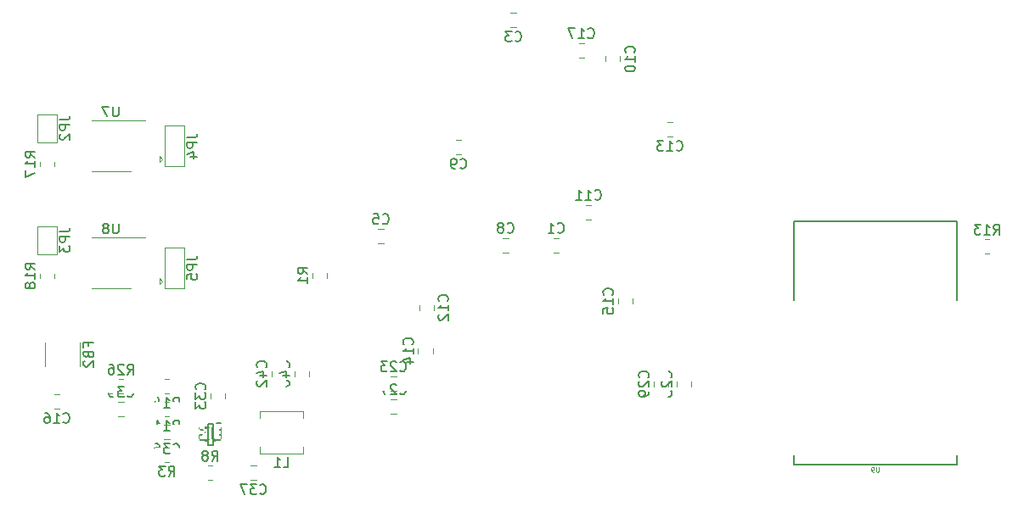
<source format=gbo>
G04 #@! TF.GenerationSoftware,KiCad,Pcbnew,(5.1.8)-1*
G04 #@! TF.CreationDate,2022-07-24T23:30:39+02:00*
G04 #@! TF.ProjectId,Dashboard,44617368-626f-4617-9264-2e6b69636164,rev?*
G04 #@! TF.SameCoordinates,Original*
G04 #@! TF.FileFunction,Legend,Bot*
G04 #@! TF.FilePolarity,Positive*
%FSLAX46Y46*%
G04 Gerber Fmt 4.6, Leading zero omitted, Abs format (unit mm)*
G04 Created by KiCad (PCBNEW (5.1.8)-1) date 2022-07-24 23:30:39*
%MOMM*%
%LPD*%
G01*
G04 APERTURE LIST*
%ADD10C,0.177800*%
%ADD11C,0.120000*%
%ADD12C,0.200000*%
%ADD13C,0.150000*%
%ADD14C,0.254000*%
%ADD15C,0.800000*%
%ADD16C,6.400000*%
%ADD17R,2.600000X1.100000*%
%ADD18R,3.200000X3.200000*%
%ADD19R,0.475000X0.300000*%
%ADD20R,1.854500X2.286000*%
%ADD21R,1.500000X1.000000*%
%ADD22O,2.000000X1.905000*%
%ADD23R,2.000000X1.905000*%
%ADD24R,1.700000X1.700000*%
%ADD25O,1.700000X1.700000*%
%ADD26C,2.000000*%
G04 APERTURE END LIST*
D10*
X161545000Y-100395000D02*
X161545000Y-108266000D01*
X177799000Y-100395000D02*
X161545000Y-100395000D01*
X177799000Y-108266000D02*
X177799000Y-100395000D01*
X161545000Y-123763000D02*
X161545000Y-124649000D01*
X177799000Y-124649000D02*
X177799000Y-123763000D01*
X161545000Y-124649000D02*
X177799000Y-124649000D01*
D11*
X90356000Y-114826252D02*
X90356000Y-112503748D01*
X86936000Y-114826252D02*
X86936000Y-112503748D01*
X113565000Y-105540436D02*
X113565000Y-105994564D01*
X115035000Y-105540436D02*
X115035000Y-105994564D01*
X147601000Y-116324748D02*
X147601000Y-116847252D01*
X149071000Y-116324748D02*
X149071000Y-116847252D01*
X121927252Y-118137000D02*
X121404748Y-118137000D01*
X121927252Y-119607000D02*
X121404748Y-119607000D01*
X149887000Y-116324748D02*
X149887000Y-116847252D01*
X151357000Y-116324748D02*
X151357000Y-116847252D01*
X121927252Y-115851000D02*
X121404748Y-115851000D01*
X121927252Y-117321000D02*
X121404748Y-117321000D01*
X140662252Y-82577000D02*
X140139748Y-82577000D01*
X140662252Y-84047000D02*
X140139748Y-84047000D01*
X87815748Y-119099000D02*
X88338252Y-119099000D01*
X87815748Y-117629000D02*
X88338252Y-117629000D01*
X144045000Y-108069748D02*
X144045000Y-108592252D01*
X145515000Y-108069748D02*
X145515000Y-108592252D01*
X124106000Y-113022748D02*
X124106000Y-113545252D01*
X125576000Y-113022748D02*
X125576000Y-113545252D01*
X148963748Y-91921000D02*
X149486252Y-91921000D01*
X148963748Y-90451000D02*
X149486252Y-90451000D01*
X125703000Y-109227252D02*
X125703000Y-108704748D01*
X124233000Y-109227252D02*
X124233000Y-108704748D01*
X141358252Y-98706000D02*
X140835748Y-98706000D01*
X141358252Y-100176000D02*
X140835748Y-100176000D01*
X142775000Y-83873748D02*
X142775000Y-84396252D01*
X144245000Y-83873748D02*
X144245000Y-84396252D01*
X127881748Y-93699000D02*
X128404252Y-93699000D01*
X127881748Y-92229000D02*
X128404252Y-92229000D01*
X133103252Y-102008000D02*
X132580748Y-102008000D01*
X133103252Y-103478000D02*
X132580748Y-103478000D01*
X120657252Y-101119000D02*
X120134748Y-101119000D01*
X120657252Y-102589000D02*
X120134748Y-102589000D01*
X133342748Y-80999000D02*
X133865252Y-80999000D01*
X133342748Y-79529000D02*
X133865252Y-79529000D01*
X138117252Y-102008000D02*
X137594748Y-102008000D01*
X138117252Y-103478000D02*
X137594748Y-103478000D01*
D12*
X103628000Y-120616000D02*
X103128000Y-120616000D01*
X103128000Y-120616000D02*
X103128000Y-122716000D01*
X103128000Y-122716000D02*
X103628000Y-122716000D01*
X103628000Y-122716000D02*
X103628000Y-120616000D01*
X104453000Y-120516000D02*
X103978000Y-120516000D01*
D11*
X94715064Y-116105000D02*
X94260936Y-116105000D01*
X94715064Y-117575000D02*
X94260936Y-117575000D01*
X98832936Y-117575000D02*
X99287064Y-117575000D01*
X98832936Y-116105000D02*
X99287064Y-116105000D01*
X98832936Y-119861000D02*
X99287064Y-119861000D01*
X98832936Y-118391000D02*
X99287064Y-118391000D01*
X103605064Y-124741000D02*
X103150936Y-124741000D01*
X103605064Y-126211000D02*
X103150936Y-126211000D01*
X98832936Y-124433000D02*
X99287064Y-124433000D01*
X98832936Y-122963000D02*
X99287064Y-122963000D01*
X108358000Y-122855000D02*
X108358000Y-123544000D01*
X108358000Y-123544000D02*
X112622000Y-123544000D01*
X112622000Y-123544000D02*
X112622000Y-122855000D01*
X108358000Y-119969000D02*
X108358000Y-119280000D01*
X108358000Y-119280000D02*
X112622000Y-119280000D01*
X112622000Y-119280000D02*
X112622000Y-119969000D01*
X109501000Y-115308748D02*
X109501000Y-115831252D01*
X110971000Y-115308748D02*
X110971000Y-115831252D01*
X111787000Y-115308748D02*
X111787000Y-115831252D01*
X113257000Y-115308748D02*
X113257000Y-115831252D01*
X94749252Y-118391000D02*
X94226748Y-118391000D01*
X94749252Y-119861000D02*
X94226748Y-119861000D01*
X107434748Y-126211000D02*
X107957252Y-126211000D01*
X107434748Y-124741000D02*
X107957252Y-124741000D01*
X98798748Y-122147000D02*
X99321252Y-122147000D01*
X98798748Y-120677000D02*
X99321252Y-120677000D01*
X103405000Y-117528748D02*
X103405000Y-118051252D01*
X104875000Y-117528748D02*
X104875000Y-118051252D01*
X86122000Y-103635000D02*
X88122000Y-103635000D01*
X86122000Y-100835000D02*
X86122000Y-103635000D01*
X88122000Y-100835000D02*
X86122000Y-100835000D01*
X88122000Y-103635000D02*
X88122000Y-100835000D01*
X86122000Y-92459000D02*
X88122000Y-92459000D01*
X86122000Y-89659000D02*
X86122000Y-92459000D01*
X88122000Y-89659000D02*
X86122000Y-89659000D01*
X88122000Y-92459000D02*
X88122000Y-89659000D01*
X93472000Y-107081000D02*
X91522000Y-107081000D01*
X93472000Y-107081000D02*
X95422000Y-107081000D01*
X93472000Y-101961000D02*
X91522000Y-101961000D01*
X93472000Y-101961000D02*
X96922000Y-101961000D01*
X93472000Y-95397000D02*
X91522000Y-95397000D01*
X93472000Y-95397000D02*
X95422000Y-95397000D01*
X93472000Y-90277000D02*
X91522000Y-90277000D01*
X93472000Y-90277000D02*
X96922000Y-90277000D01*
X181075064Y-102135000D02*
X180620936Y-102135000D01*
X181075064Y-103605000D02*
X180620936Y-103605000D01*
X100822000Y-94887000D02*
X100822000Y-90787000D01*
X100822000Y-90787000D02*
X98822000Y-90787000D01*
X98822000Y-90787000D02*
X98822000Y-94887000D01*
X98822000Y-94887000D02*
X100822000Y-94887000D01*
X98622000Y-94137000D02*
X98322000Y-94437000D01*
X98322000Y-94437000D02*
X98322000Y-93837000D01*
X98622000Y-94137000D02*
X98322000Y-93837000D01*
X98622000Y-106329000D02*
X98322000Y-106029000D01*
X98322000Y-106629000D02*
X98322000Y-106029000D01*
X98622000Y-106329000D02*
X98322000Y-106629000D01*
X98822000Y-107079000D02*
X100822000Y-107079000D01*
X98822000Y-102979000D02*
X98822000Y-107079000D01*
X100822000Y-102979000D02*
X98822000Y-102979000D01*
X100822000Y-107079000D02*
X100822000Y-102979000D01*
X87857000Y-94387936D02*
X87857000Y-94842064D01*
X86387000Y-94387936D02*
X86387000Y-94842064D01*
X86387000Y-105563936D02*
X86387000Y-106018064D01*
X87857000Y-105563936D02*
X87857000Y-106018064D01*
X170037714Y-124917942D02*
X170037714Y-125306514D01*
X170014857Y-125352228D01*
X169992000Y-125375085D01*
X169946285Y-125397942D01*
X169854857Y-125397942D01*
X169809142Y-125375085D01*
X169786285Y-125352228D01*
X169763428Y-125306514D01*
X169763428Y-124917942D01*
X169512000Y-125397942D02*
X169420571Y-125397942D01*
X169374857Y-125375085D01*
X169352000Y-125352228D01*
X169306285Y-125283657D01*
X169283428Y-125192228D01*
X169283428Y-125009371D01*
X169306285Y-124963657D01*
X169329142Y-124940800D01*
X169374857Y-124917942D01*
X169466285Y-124917942D01*
X169512000Y-124940800D01*
X169534857Y-124963657D01*
X169557714Y-125009371D01*
X169557714Y-125123657D01*
X169534857Y-125169371D01*
X169512000Y-125192228D01*
X169466285Y-125215085D01*
X169374857Y-125215085D01*
X169329142Y-125192228D01*
X169306285Y-125169371D01*
X169283428Y-125123657D01*
D13*
X91224571Y-112831666D02*
X91224571Y-112498333D01*
X91748380Y-112498333D02*
X90748380Y-112498333D01*
X90748380Y-112974523D01*
X91224571Y-113688809D02*
X91272190Y-113831666D01*
X91319809Y-113879285D01*
X91415047Y-113926904D01*
X91557904Y-113926904D01*
X91653142Y-113879285D01*
X91700761Y-113831666D01*
X91748380Y-113736428D01*
X91748380Y-113355476D01*
X90748380Y-113355476D01*
X90748380Y-113688809D01*
X90796000Y-113784047D01*
X90843619Y-113831666D01*
X90938857Y-113879285D01*
X91034095Y-113879285D01*
X91129333Y-113831666D01*
X91176952Y-113784047D01*
X91224571Y-113688809D01*
X91224571Y-113355476D01*
X90843619Y-114307857D02*
X90796000Y-114355476D01*
X90748380Y-114450714D01*
X90748380Y-114688809D01*
X90796000Y-114784047D01*
X90843619Y-114831666D01*
X90938857Y-114879285D01*
X91034095Y-114879285D01*
X91176952Y-114831666D01*
X91748380Y-114260238D01*
X91748380Y-114879285D01*
X113102380Y-105600833D02*
X112626190Y-105267500D01*
X113102380Y-105029404D02*
X112102380Y-105029404D01*
X112102380Y-105410357D01*
X112150000Y-105505595D01*
X112197619Y-105553214D01*
X112292857Y-105600833D01*
X112435714Y-105600833D01*
X112530952Y-105553214D01*
X112578571Y-105505595D01*
X112626190Y-105410357D01*
X112626190Y-105029404D01*
X113102380Y-106553214D02*
X113102380Y-105981785D01*
X113102380Y-106267500D02*
X112102380Y-106267500D01*
X112245238Y-106172261D01*
X112340476Y-106077023D01*
X112388095Y-105981785D01*
X147013142Y-115943142D02*
X147060761Y-115895523D01*
X147108380Y-115752666D01*
X147108380Y-115657428D01*
X147060761Y-115514571D01*
X146965523Y-115419333D01*
X146870285Y-115371714D01*
X146679809Y-115324095D01*
X146536952Y-115324095D01*
X146346476Y-115371714D01*
X146251238Y-115419333D01*
X146156000Y-115514571D01*
X146108380Y-115657428D01*
X146108380Y-115752666D01*
X146156000Y-115895523D01*
X146203619Y-115943142D01*
X146203619Y-116324095D02*
X146156000Y-116371714D01*
X146108380Y-116466952D01*
X146108380Y-116705047D01*
X146156000Y-116800285D01*
X146203619Y-116847904D01*
X146298857Y-116895523D01*
X146394095Y-116895523D01*
X146536952Y-116847904D01*
X147108380Y-116276476D01*
X147108380Y-116895523D01*
X147108380Y-117371714D02*
X147108380Y-117562190D01*
X147060761Y-117657428D01*
X147013142Y-117705047D01*
X146870285Y-117800285D01*
X146679809Y-117847904D01*
X146298857Y-117847904D01*
X146203619Y-117800285D01*
X146156000Y-117752666D01*
X146108380Y-117657428D01*
X146108380Y-117466952D01*
X146156000Y-117371714D01*
X146203619Y-117324095D01*
X146298857Y-117276476D01*
X146536952Y-117276476D01*
X146632190Y-117324095D01*
X146679809Y-117371714D01*
X146727428Y-117466952D01*
X146727428Y-117657428D01*
X146679809Y-117752666D01*
X146632190Y-117800285D01*
X146536952Y-117847904D01*
X122308857Y-117549142D02*
X122356476Y-117596761D01*
X122499333Y-117644380D01*
X122594571Y-117644380D01*
X122737428Y-117596761D01*
X122832666Y-117501523D01*
X122880285Y-117406285D01*
X122927904Y-117215809D01*
X122927904Y-117072952D01*
X122880285Y-116882476D01*
X122832666Y-116787238D01*
X122737428Y-116692000D01*
X122594571Y-116644380D01*
X122499333Y-116644380D01*
X122356476Y-116692000D01*
X122308857Y-116739619D01*
X121927904Y-116739619D02*
X121880285Y-116692000D01*
X121785047Y-116644380D01*
X121546952Y-116644380D01*
X121451714Y-116692000D01*
X121404095Y-116739619D01*
X121356476Y-116834857D01*
X121356476Y-116930095D01*
X121404095Y-117072952D01*
X121975523Y-117644380D01*
X121356476Y-117644380D01*
X121023142Y-116644380D02*
X120356476Y-116644380D01*
X120785047Y-117644380D01*
X149299142Y-115943142D02*
X149346761Y-115895523D01*
X149394380Y-115752666D01*
X149394380Y-115657428D01*
X149346761Y-115514571D01*
X149251523Y-115419333D01*
X149156285Y-115371714D01*
X148965809Y-115324095D01*
X148822952Y-115324095D01*
X148632476Y-115371714D01*
X148537238Y-115419333D01*
X148442000Y-115514571D01*
X148394380Y-115657428D01*
X148394380Y-115752666D01*
X148442000Y-115895523D01*
X148489619Y-115943142D01*
X148489619Y-116324095D02*
X148442000Y-116371714D01*
X148394380Y-116466952D01*
X148394380Y-116705047D01*
X148442000Y-116800285D01*
X148489619Y-116847904D01*
X148584857Y-116895523D01*
X148680095Y-116895523D01*
X148822952Y-116847904D01*
X149394380Y-116276476D01*
X149394380Y-116895523D01*
X148394380Y-117800285D02*
X148394380Y-117324095D01*
X148870571Y-117276476D01*
X148822952Y-117324095D01*
X148775333Y-117419333D01*
X148775333Y-117657428D01*
X148822952Y-117752666D01*
X148870571Y-117800285D01*
X148965809Y-117847904D01*
X149203904Y-117847904D01*
X149299142Y-117800285D01*
X149346761Y-117752666D01*
X149394380Y-117657428D01*
X149394380Y-117419333D01*
X149346761Y-117324095D01*
X149299142Y-117276476D01*
X122308857Y-115263142D02*
X122356476Y-115310761D01*
X122499333Y-115358380D01*
X122594571Y-115358380D01*
X122737428Y-115310761D01*
X122832666Y-115215523D01*
X122880285Y-115120285D01*
X122927904Y-114929809D01*
X122927904Y-114786952D01*
X122880285Y-114596476D01*
X122832666Y-114501238D01*
X122737428Y-114406000D01*
X122594571Y-114358380D01*
X122499333Y-114358380D01*
X122356476Y-114406000D01*
X122308857Y-114453619D01*
X121927904Y-114453619D02*
X121880285Y-114406000D01*
X121785047Y-114358380D01*
X121546952Y-114358380D01*
X121451714Y-114406000D01*
X121404095Y-114453619D01*
X121356476Y-114548857D01*
X121356476Y-114644095D01*
X121404095Y-114786952D01*
X121975523Y-115358380D01*
X121356476Y-115358380D01*
X121023142Y-114358380D02*
X120404095Y-114358380D01*
X120737428Y-114739333D01*
X120594571Y-114739333D01*
X120499333Y-114786952D01*
X120451714Y-114834571D01*
X120404095Y-114929809D01*
X120404095Y-115167904D01*
X120451714Y-115263142D01*
X120499333Y-115310761D01*
X120594571Y-115358380D01*
X120880285Y-115358380D01*
X120975523Y-115310761D01*
X121023142Y-115263142D01*
X141043857Y-81989142D02*
X141091476Y-82036761D01*
X141234333Y-82084380D01*
X141329571Y-82084380D01*
X141472428Y-82036761D01*
X141567666Y-81941523D01*
X141615285Y-81846285D01*
X141662904Y-81655809D01*
X141662904Y-81512952D01*
X141615285Y-81322476D01*
X141567666Y-81227238D01*
X141472428Y-81132000D01*
X141329571Y-81084380D01*
X141234333Y-81084380D01*
X141091476Y-81132000D01*
X141043857Y-81179619D01*
X140091476Y-82084380D02*
X140662904Y-82084380D01*
X140377190Y-82084380D02*
X140377190Y-81084380D01*
X140472428Y-81227238D01*
X140567666Y-81322476D01*
X140662904Y-81370095D01*
X139758142Y-81084380D02*
X139091476Y-81084380D01*
X139520047Y-82084380D01*
X88719857Y-120401142D02*
X88767476Y-120448761D01*
X88910333Y-120496380D01*
X89005571Y-120496380D01*
X89148428Y-120448761D01*
X89243666Y-120353523D01*
X89291285Y-120258285D01*
X89338904Y-120067809D01*
X89338904Y-119924952D01*
X89291285Y-119734476D01*
X89243666Y-119639238D01*
X89148428Y-119544000D01*
X89005571Y-119496380D01*
X88910333Y-119496380D01*
X88767476Y-119544000D01*
X88719857Y-119591619D01*
X87767476Y-120496380D02*
X88338904Y-120496380D01*
X88053190Y-120496380D02*
X88053190Y-119496380D01*
X88148428Y-119639238D01*
X88243666Y-119734476D01*
X88338904Y-119782095D01*
X86910333Y-119496380D02*
X87100809Y-119496380D01*
X87196047Y-119544000D01*
X87243666Y-119591619D01*
X87338904Y-119734476D01*
X87386523Y-119924952D01*
X87386523Y-120305904D01*
X87338904Y-120401142D01*
X87291285Y-120448761D01*
X87196047Y-120496380D01*
X87005571Y-120496380D01*
X86910333Y-120448761D01*
X86862714Y-120401142D01*
X86815095Y-120305904D01*
X86815095Y-120067809D01*
X86862714Y-119972571D01*
X86910333Y-119924952D01*
X87005571Y-119877333D01*
X87196047Y-119877333D01*
X87291285Y-119924952D01*
X87338904Y-119972571D01*
X87386523Y-120067809D01*
X143457142Y-107688142D02*
X143504761Y-107640523D01*
X143552380Y-107497666D01*
X143552380Y-107402428D01*
X143504761Y-107259571D01*
X143409523Y-107164333D01*
X143314285Y-107116714D01*
X143123809Y-107069095D01*
X142980952Y-107069095D01*
X142790476Y-107116714D01*
X142695238Y-107164333D01*
X142600000Y-107259571D01*
X142552380Y-107402428D01*
X142552380Y-107497666D01*
X142600000Y-107640523D01*
X142647619Y-107688142D01*
X143552380Y-108640523D02*
X143552380Y-108069095D01*
X143552380Y-108354809D02*
X142552380Y-108354809D01*
X142695238Y-108259571D01*
X142790476Y-108164333D01*
X142838095Y-108069095D01*
X142552380Y-109545285D02*
X142552380Y-109069095D01*
X143028571Y-109021476D01*
X142980952Y-109069095D01*
X142933333Y-109164333D01*
X142933333Y-109402428D01*
X142980952Y-109497666D01*
X143028571Y-109545285D01*
X143123809Y-109592904D01*
X143361904Y-109592904D01*
X143457142Y-109545285D01*
X143504761Y-109497666D01*
X143552380Y-109402428D01*
X143552380Y-109164333D01*
X143504761Y-109069095D01*
X143457142Y-109021476D01*
X123518142Y-112641142D02*
X123565761Y-112593523D01*
X123613380Y-112450666D01*
X123613380Y-112355428D01*
X123565761Y-112212571D01*
X123470523Y-112117333D01*
X123375285Y-112069714D01*
X123184809Y-112022095D01*
X123041952Y-112022095D01*
X122851476Y-112069714D01*
X122756238Y-112117333D01*
X122661000Y-112212571D01*
X122613380Y-112355428D01*
X122613380Y-112450666D01*
X122661000Y-112593523D01*
X122708619Y-112641142D01*
X123613380Y-113593523D02*
X123613380Y-113022095D01*
X123613380Y-113307809D02*
X122613380Y-113307809D01*
X122756238Y-113212571D01*
X122851476Y-113117333D01*
X122899095Y-113022095D01*
X122946714Y-114450666D02*
X123613380Y-114450666D01*
X122565761Y-114212571D02*
X123280047Y-113974476D01*
X123280047Y-114593523D01*
X149867857Y-93223142D02*
X149915476Y-93270761D01*
X150058333Y-93318380D01*
X150153571Y-93318380D01*
X150296428Y-93270761D01*
X150391666Y-93175523D01*
X150439285Y-93080285D01*
X150486904Y-92889809D01*
X150486904Y-92746952D01*
X150439285Y-92556476D01*
X150391666Y-92461238D01*
X150296428Y-92366000D01*
X150153571Y-92318380D01*
X150058333Y-92318380D01*
X149915476Y-92366000D01*
X149867857Y-92413619D01*
X148915476Y-93318380D02*
X149486904Y-93318380D01*
X149201190Y-93318380D02*
X149201190Y-92318380D01*
X149296428Y-92461238D01*
X149391666Y-92556476D01*
X149486904Y-92604095D01*
X148582142Y-92318380D02*
X147963095Y-92318380D01*
X148296428Y-92699333D01*
X148153571Y-92699333D01*
X148058333Y-92746952D01*
X148010714Y-92794571D01*
X147963095Y-92889809D01*
X147963095Y-93127904D01*
X148010714Y-93223142D01*
X148058333Y-93270761D01*
X148153571Y-93318380D01*
X148439285Y-93318380D01*
X148534523Y-93270761D01*
X148582142Y-93223142D01*
X127005142Y-108323142D02*
X127052761Y-108275523D01*
X127100380Y-108132666D01*
X127100380Y-108037428D01*
X127052761Y-107894571D01*
X126957523Y-107799333D01*
X126862285Y-107751714D01*
X126671809Y-107704095D01*
X126528952Y-107704095D01*
X126338476Y-107751714D01*
X126243238Y-107799333D01*
X126148000Y-107894571D01*
X126100380Y-108037428D01*
X126100380Y-108132666D01*
X126148000Y-108275523D01*
X126195619Y-108323142D01*
X127100380Y-109275523D02*
X127100380Y-108704095D01*
X127100380Y-108989809D02*
X126100380Y-108989809D01*
X126243238Y-108894571D01*
X126338476Y-108799333D01*
X126386095Y-108704095D01*
X126195619Y-109656476D02*
X126148000Y-109704095D01*
X126100380Y-109799333D01*
X126100380Y-110037428D01*
X126148000Y-110132666D01*
X126195619Y-110180285D01*
X126290857Y-110227904D01*
X126386095Y-110227904D01*
X126528952Y-110180285D01*
X127100380Y-109608857D01*
X127100380Y-110227904D01*
X141739857Y-98118142D02*
X141787476Y-98165761D01*
X141930333Y-98213380D01*
X142025571Y-98213380D01*
X142168428Y-98165761D01*
X142263666Y-98070523D01*
X142311285Y-97975285D01*
X142358904Y-97784809D01*
X142358904Y-97641952D01*
X142311285Y-97451476D01*
X142263666Y-97356238D01*
X142168428Y-97261000D01*
X142025571Y-97213380D01*
X141930333Y-97213380D01*
X141787476Y-97261000D01*
X141739857Y-97308619D01*
X140787476Y-98213380D02*
X141358904Y-98213380D01*
X141073190Y-98213380D02*
X141073190Y-97213380D01*
X141168428Y-97356238D01*
X141263666Y-97451476D01*
X141358904Y-97499095D01*
X139835095Y-98213380D02*
X140406523Y-98213380D01*
X140120809Y-98213380D02*
X140120809Y-97213380D01*
X140216047Y-97356238D01*
X140311285Y-97451476D01*
X140406523Y-97499095D01*
X145645142Y-83492142D02*
X145692761Y-83444523D01*
X145740380Y-83301666D01*
X145740380Y-83206428D01*
X145692761Y-83063571D01*
X145597523Y-82968333D01*
X145502285Y-82920714D01*
X145311809Y-82873095D01*
X145168952Y-82873095D01*
X144978476Y-82920714D01*
X144883238Y-82968333D01*
X144788000Y-83063571D01*
X144740380Y-83206428D01*
X144740380Y-83301666D01*
X144788000Y-83444523D01*
X144835619Y-83492142D01*
X145740380Y-84444523D02*
X145740380Y-83873095D01*
X145740380Y-84158809D02*
X144740380Y-84158809D01*
X144883238Y-84063571D01*
X144978476Y-83968333D01*
X145026095Y-83873095D01*
X144740380Y-85063571D02*
X144740380Y-85158809D01*
X144788000Y-85254047D01*
X144835619Y-85301666D01*
X144930857Y-85349285D01*
X145121333Y-85396904D01*
X145359428Y-85396904D01*
X145549904Y-85349285D01*
X145645142Y-85301666D01*
X145692761Y-85254047D01*
X145740380Y-85158809D01*
X145740380Y-85063571D01*
X145692761Y-84968333D01*
X145645142Y-84920714D01*
X145549904Y-84873095D01*
X145359428Y-84825476D01*
X145121333Y-84825476D01*
X144930857Y-84873095D01*
X144835619Y-84920714D01*
X144788000Y-84968333D01*
X144740380Y-85063571D01*
X128309666Y-95001142D02*
X128357285Y-95048761D01*
X128500142Y-95096380D01*
X128595380Y-95096380D01*
X128738238Y-95048761D01*
X128833476Y-94953523D01*
X128881095Y-94858285D01*
X128928714Y-94667809D01*
X128928714Y-94524952D01*
X128881095Y-94334476D01*
X128833476Y-94239238D01*
X128738238Y-94144000D01*
X128595380Y-94096380D01*
X128500142Y-94096380D01*
X128357285Y-94144000D01*
X128309666Y-94191619D01*
X127833476Y-95096380D02*
X127643000Y-95096380D01*
X127547761Y-95048761D01*
X127500142Y-95001142D01*
X127404904Y-94858285D01*
X127357285Y-94667809D01*
X127357285Y-94286857D01*
X127404904Y-94191619D01*
X127452523Y-94144000D01*
X127547761Y-94096380D01*
X127738238Y-94096380D01*
X127833476Y-94144000D01*
X127881095Y-94191619D01*
X127928714Y-94286857D01*
X127928714Y-94524952D01*
X127881095Y-94620190D01*
X127833476Y-94667809D01*
X127738238Y-94715428D01*
X127547761Y-94715428D01*
X127452523Y-94667809D01*
X127404904Y-94620190D01*
X127357285Y-94524952D01*
X133008666Y-101420142D02*
X133056285Y-101467761D01*
X133199142Y-101515380D01*
X133294380Y-101515380D01*
X133437238Y-101467761D01*
X133532476Y-101372523D01*
X133580095Y-101277285D01*
X133627714Y-101086809D01*
X133627714Y-100943952D01*
X133580095Y-100753476D01*
X133532476Y-100658238D01*
X133437238Y-100563000D01*
X133294380Y-100515380D01*
X133199142Y-100515380D01*
X133056285Y-100563000D01*
X133008666Y-100610619D01*
X132437238Y-100943952D02*
X132532476Y-100896333D01*
X132580095Y-100848714D01*
X132627714Y-100753476D01*
X132627714Y-100705857D01*
X132580095Y-100610619D01*
X132532476Y-100563000D01*
X132437238Y-100515380D01*
X132246761Y-100515380D01*
X132151523Y-100563000D01*
X132103904Y-100610619D01*
X132056285Y-100705857D01*
X132056285Y-100753476D01*
X132103904Y-100848714D01*
X132151523Y-100896333D01*
X132246761Y-100943952D01*
X132437238Y-100943952D01*
X132532476Y-100991571D01*
X132580095Y-101039190D01*
X132627714Y-101134428D01*
X132627714Y-101324904D01*
X132580095Y-101420142D01*
X132532476Y-101467761D01*
X132437238Y-101515380D01*
X132246761Y-101515380D01*
X132151523Y-101467761D01*
X132103904Y-101420142D01*
X132056285Y-101324904D01*
X132056285Y-101134428D01*
X132103904Y-101039190D01*
X132151523Y-100991571D01*
X132246761Y-100943952D01*
X120562666Y-100531142D02*
X120610285Y-100578761D01*
X120753142Y-100626380D01*
X120848380Y-100626380D01*
X120991238Y-100578761D01*
X121086476Y-100483523D01*
X121134095Y-100388285D01*
X121181714Y-100197809D01*
X121181714Y-100054952D01*
X121134095Y-99864476D01*
X121086476Y-99769238D01*
X120991238Y-99674000D01*
X120848380Y-99626380D01*
X120753142Y-99626380D01*
X120610285Y-99674000D01*
X120562666Y-99721619D01*
X119657904Y-99626380D02*
X120134095Y-99626380D01*
X120181714Y-100102571D01*
X120134095Y-100054952D01*
X120038857Y-100007333D01*
X119800761Y-100007333D01*
X119705523Y-100054952D01*
X119657904Y-100102571D01*
X119610285Y-100197809D01*
X119610285Y-100435904D01*
X119657904Y-100531142D01*
X119705523Y-100578761D01*
X119800761Y-100626380D01*
X120038857Y-100626380D01*
X120134095Y-100578761D01*
X120181714Y-100531142D01*
X133770666Y-82301142D02*
X133818285Y-82348761D01*
X133961142Y-82396380D01*
X134056380Y-82396380D01*
X134199238Y-82348761D01*
X134294476Y-82253523D01*
X134342095Y-82158285D01*
X134389714Y-81967809D01*
X134389714Y-81824952D01*
X134342095Y-81634476D01*
X134294476Y-81539238D01*
X134199238Y-81444000D01*
X134056380Y-81396380D01*
X133961142Y-81396380D01*
X133818285Y-81444000D01*
X133770666Y-81491619D01*
X133437333Y-81396380D02*
X132818285Y-81396380D01*
X133151619Y-81777333D01*
X133008761Y-81777333D01*
X132913523Y-81824952D01*
X132865904Y-81872571D01*
X132818285Y-81967809D01*
X132818285Y-82205904D01*
X132865904Y-82301142D01*
X132913523Y-82348761D01*
X133008761Y-82396380D01*
X133294476Y-82396380D01*
X133389714Y-82348761D01*
X133437333Y-82301142D01*
X138022666Y-101420142D02*
X138070285Y-101467761D01*
X138213142Y-101515380D01*
X138308380Y-101515380D01*
X138451238Y-101467761D01*
X138546476Y-101372523D01*
X138594095Y-101277285D01*
X138641714Y-101086809D01*
X138641714Y-100943952D01*
X138594095Y-100753476D01*
X138546476Y-100658238D01*
X138451238Y-100563000D01*
X138308380Y-100515380D01*
X138213142Y-100515380D01*
X138070285Y-100563000D01*
X138022666Y-100610619D01*
X137070285Y-101515380D02*
X137641714Y-101515380D01*
X137356000Y-101515380D02*
X137356000Y-100515380D01*
X137451238Y-100658238D01*
X137546476Y-100753476D01*
X137641714Y-100801095D01*
D14*
X104345619Y-120970523D02*
X104345619Y-121998619D01*
X104285142Y-122119571D01*
X104224666Y-122180047D01*
X104103714Y-122240523D01*
X103861809Y-122240523D01*
X103740857Y-122180047D01*
X103680380Y-122119571D01*
X103619904Y-121998619D01*
X103619904Y-120970523D01*
X103136095Y-120970523D02*
X102349904Y-120970523D01*
X102773238Y-121454333D01*
X102591809Y-121454333D01*
X102470857Y-121514809D01*
X102410380Y-121575285D01*
X102349904Y-121696238D01*
X102349904Y-121998619D01*
X102410380Y-122119571D01*
X102470857Y-122180047D01*
X102591809Y-122240523D01*
X102954666Y-122240523D01*
X103075619Y-122180047D01*
X103136095Y-122119571D01*
D13*
X95130857Y-115642380D02*
X95464190Y-115166190D01*
X95702285Y-115642380D02*
X95702285Y-114642380D01*
X95321333Y-114642380D01*
X95226095Y-114690000D01*
X95178476Y-114737619D01*
X95130857Y-114832857D01*
X95130857Y-114975714D01*
X95178476Y-115070952D01*
X95226095Y-115118571D01*
X95321333Y-115166190D01*
X95702285Y-115166190D01*
X94749904Y-114737619D02*
X94702285Y-114690000D01*
X94607047Y-114642380D01*
X94368952Y-114642380D01*
X94273714Y-114690000D01*
X94226095Y-114737619D01*
X94178476Y-114832857D01*
X94178476Y-114928095D01*
X94226095Y-115070952D01*
X94797523Y-115642380D01*
X94178476Y-115642380D01*
X93321333Y-114642380D02*
X93511809Y-114642380D01*
X93607047Y-114690000D01*
X93654666Y-114737619D01*
X93749904Y-114880476D01*
X93797523Y-115070952D01*
X93797523Y-115451904D01*
X93749904Y-115547142D01*
X93702285Y-115594761D01*
X93607047Y-115642380D01*
X93416571Y-115642380D01*
X93321333Y-115594761D01*
X93273714Y-115547142D01*
X93226095Y-115451904D01*
X93226095Y-115213809D01*
X93273714Y-115118571D01*
X93321333Y-115070952D01*
X93416571Y-115023333D01*
X93607047Y-115023333D01*
X93702285Y-115070952D01*
X93749904Y-115118571D01*
X93797523Y-115213809D01*
X99702857Y-118942380D02*
X100036190Y-118466190D01*
X100274285Y-118942380D02*
X100274285Y-117942380D01*
X99893333Y-117942380D01*
X99798095Y-117990000D01*
X99750476Y-118037619D01*
X99702857Y-118132857D01*
X99702857Y-118275714D01*
X99750476Y-118370952D01*
X99798095Y-118418571D01*
X99893333Y-118466190D01*
X100274285Y-118466190D01*
X98750476Y-118942380D02*
X99321904Y-118942380D01*
X99036190Y-118942380D02*
X99036190Y-117942380D01*
X99131428Y-118085238D01*
X99226666Y-118180476D01*
X99321904Y-118228095D01*
X97893333Y-118275714D02*
X97893333Y-118942380D01*
X98131428Y-117894761D02*
X98369523Y-118609047D01*
X97750476Y-118609047D01*
X99702857Y-121228380D02*
X100036190Y-120752190D01*
X100274285Y-121228380D02*
X100274285Y-120228380D01*
X99893333Y-120228380D01*
X99798095Y-120276000D01*
X99750476Y-120323619D01*
X99702857Y-120418857D01*
X99702857Y-120561714D01*
X99750476Y-120656952D01*
X99798095Y-120704571D01*
X99893333Y-120752190D01*
X100274285Y-120752190D01*
X98750476Y-121228380D02*
X99321904Y-121228380D01*
X99036190Y-121228380D02*
X99036190Y-120228380D01*
X99131428Y-120371238D01*
X99226666Y-120466476D01*
X99321904Y-120514095D01*
X97798095Y-121228380D02*
X98369523Y-121228380D01*
X98083809Y-121228380D02*
X98083809Y-120228380D01*
X98179047Y-120371238D01*
X98274285Y-120466476D01*
X98369523Y-120514095D01*
X103544666Y-124278380D02*
X103878000Y-123802190D01*
X104116095Y-124278380D02*
X104116095Y-123278380D01*
X103735142Y-123278380D01*
X103639904Y-123326000D01*
X103592285Y-123373619D01*
X103544666Y-123468857D01*
X103544666Y-123611714D01*
X103592285Y-123706952D01*
X103639904Y-123754571D01*
X103735142Y-123802190D01*
X104116095Y-123802190D01*
X102973238Y-123706952D02*
X103068476Y-123659333D01*
X103116095Y-123611714D01*
X103163714Y-123516476D01*
X103163714Y-123468857D01*
X103116095Y-123373619D01*
X103068476Y-123326000D01*
X102973238Y-123278380D01*
X102782761Y-123278380D01*
X102687523Y-123326000D01*
X102639904Y-123373619D01*
X102592285Y-123468857D01*
X102592285Y-123516476D01*
X102639904Y-123611714D01*
X102687523Y-123659333D01*
X102782761Y-123706952D01*
X102973238Y-123706952D01*
X103068476Y-123754571D01*
X103116095Y-123802190D01*
X103163714Y-123897428D01*
X103163714Y-124087904D01*
X103116095Y-124183142D01*
X103068476Y-124230761D01*
X102973238Y-124278380D01*
X102782761Y-124278380D01*
X102687523Y-124230761D01*
X102639904Y-124183142D01*
X102592285Y-124087904D01*
X102592285Y-123897428D01*
X102639904Y-123802190D01*
X102687523Y-123754571D01*
X102782761Y-123706952D01*
X99226666Y-125800380D02*
X99560000Y-125324190D01*
X99798095Y-125800380D02*
X99798095Y-124800380D01*
X99417142Y-124800380D01*
X99321904Y-124848000D01*
X99274285Y-124895619D01*
X99226666Y-124990857D01*
X99226666Y-125133714D01*
X99274285Y-125228952D01*
X99321904Y-125276571D01*
X99417142Y-125324190D01*
X99798095Y-125324190D01*
X98893333Y-124800380D02*
X98274285Y-124800380D01*
X98607619Y-125181333D01*
X98464761Y-125181333D01*
X98369523Y-125228952D01*
X98321904Y-125276571D01*
X98274285Y-125371809D01*
X98274285Y-125609904D01*
X98321904Y-125705142D01*
X98369523Y-125752761D01*
X98464761Y-125800380D01*
X98750476Y-125800380D01*
X98845714Y-125752761D01*
X98893333Y-125705142D01*
X110656666Y-124896380D02*
X111132857Y-124896380D01*
X111132857Y-123896380D01*
X109799523Y-124896380D02*
X110370952Y-124896380D01*
X110085238Y-124896380D02*
X110085238Y-123896380D01*
X110180476Y-124039238D01*
X110275714Y-124134476D01*
X110370952Y-124182095D01*
X108913142Y-114927142D02*
X108960761Y-114879523D01*
X109008380Y-114736666D01*
X109008380Y-114641428D01*
X108960761Y-114498571D01*
X108865523Y-114403333D01*
X108770285Y-114355714D01*
X108579809Y-114308095D01*
X108436952Y-114308095D01*
X108246476Y-114355714D01*
X108151238Y-114403333D01*
X108056000Y-114498571D01*
X108008380Y-114641428D01*
X108008380Y-114736666D01*
X108056000Y-114879523D01*
X108103619Y-114927142D01*
X108341714Y-115784285D02*
X109008380Y-115784285D01*
X107960761Y-115546190D02*
X108675047Y-115308095D01*
X108675047Y-115927142D01*
X108103619Y-116260476D02*
X108056000Y-116308095D01*
X108008380Y-116403333D01*
X108008380Y-116641428D01*
X108056000Y-116736666D01*
X108103619Y-116784285D01*
X108198857Y-116831904D01*
X108294095Y-116831904D01*
X108436952Y-116784285D01*
X109008380Y-116212857D01*
X109008380Y-116831904D01*
X111199142Y-114927142D02*
X111246761Y-114879523D01*
X111294380Y-114736666D01*
X111294380Y-114641428D01*
X111246761Y-114498571D01*
X111151523Y-114403333D01*
X111056285Y-114355714D01*
X110865809Y-114308095D01*
X110722952Y-114308095D01*
X110532476Y-114355714D01*
X110437238Y-114403333D01*
X110342000Y-114498571D01*
X110294380Y-114641428D01*
X110294380Y-114736666D01*
X110342000Y-114879523D01*
X110389619Y-114927142D01*
X110627714Y-115784285D02*
X111294380Y-115784285D01*
X110246761Y-115546190D02*
X110961047Y-115308095D01*
X110961047Y-115927142D01*
X110294380Y-116498571D02*
X110294380Y-116593809D01*
X110342000Y-116689047D01*
X110389619Y-116736666D01*
X110484857Y-116784285D01*
X110675333Y-116831904D01*
X110913428Y-116831904D01*
X111103904Y-116784285D01*
X111199142Y-116736666D01*
X111246761Y-116689047D01*
X111294380Y-116593809D01*
X111294380Y-116498571D01*
X111246761Y-116403333D01*
X111199142Y-116355714D01*
X111103904Y-116308095D01*
X110913428Y-116260476D01*
X110675333Y-116260476D01*
X110484857Y-116308095D01*
X110389619Y-116355714D01*
X110342000Y-116403333D01*
X110294380Y-116498571D01*
X95130857Y-117803142D02*
X95178476Y-117850761D01*
X95321333Y-117898380D01*
X95416571Y-117898380D01*
X95559428Y-117850761D01*
X95654666Y-117755523D01*
X95702285Y-117660285D01*
X95749904Y-117469809D01*
X95749904Y-117326952D01*
X95702285Y-117136476D01*
X95654666Y-117041238D01*
X95559428Y-116946000D01*
X95416571Y-116898380D01*
X95321333Y-116898380D01*
X95178476Y-116946000D01*
X95130857Y-116993619D01*
X94797523Y-116898380D02*
X94178476Y-116898380D01*
X94511809Y-117279333D01*
X94368952Y-117279333D01*
X94273714Y-117326952D01*
X94226095Y-117374571D01*
X94178476Y-117469809D01*
X94178476Y-117707904D01*
X94226095Y-117803142D01*
X94273714Y-117850761D01*
X94368952Y-117898380D01*
X94654666Y-117898380D01*
X94749904Y-117850761D01*
X94797523Y-117803142D01*
X93702285Y-117898380D02*
X93511809Y-117898380D01*
X93416571Y-117850761D01*
X93368952Y-117803142D01*
X93273714Y-117660285D01*
X93226095Y-117469809D01*
X93226095Y-117088857D01*
X93273714Y-116993619D01*
X93321333Y-116946000D01*
X93416571Y-116898380D01*
X93607047Y-116898380D01*
X93702285Y-116946000D01*
X93749904Y-116993619D01*
X93797523Y-117088857D01*
X93797523Y-117326952D01*
X93749904Y-117422190D01*
X93702285Y-117469809D01*
X93607047Y-117517428D01*
X93416571Y-117517428D01*
X93321333Y-117469809D01*
X93273714Y-117422190D01*
X93226095Y-117326952D01*
X108338857Y-127513142D02*
X108386476Y-127560761D01*
X108529333Y-127608380D01*
X108624571Y-127608380D01*
X108767428Y-127560761D01*
X108862666Y-127465523D01*
X108910285Y-127370285D01*
X108957904Y-127179809D01*
X108957904Y-127036952D01*
X108910285Y-126846476D01*
X108862666Y-126751238D01*
X108767428Y-126656000D01*
X108624571Y-126608380D01*
X108529333Y-126608380D01*
X108386476Y-126656000D01*
X108338857Y-126703619D01*
X108005523Y-126608380D02*
X107386476Y-126608380D01*
X107719809Y-126989333D01*
X107576952Y-126989333D01*
X107481714Y-127036952D01*
X107434095Y-127084571D01*
X107386476Y-127179809D01*
X107386476Y-127417904D01*
X107434095Y-127513142D01*
X107481714Y-127560761D01*
X107576952Y-127608380D01*
X107862666Y-127608380D01*
X107957904Y-127560761D01*
X108005523Y-127513142D01*
X107053142Y-126608380D02*
X106386476Y-126608380D01*
X106815047Y-127608380D01*
X99702857Y-123449142D02*
X99750476Y-123496761D01*
X99893333Y-123544380D01*
X99988571Y-123544380D01*
X100131428Y-123496761D01*
X100226666Y-123401523D01*
X100274285Y-123306285D01*
X100321904Y-123115809D01*
X100321904Y-122972952D01*
X100274285Y-122782476D01*
X100226666Y-122687238D01*
X100131428Y-122592000D01*
X99988571Y-122544380D01*
X99893333Y-122544380D01*
X99750476Y-122592000D01*
X99702857Y-122639619D01*
X99369523Y-122544380D02*
X98750476Y-122544380D01*
X99083809Y-122925333D01*
X98940952Y-122925333D01*
X98845714Y-122972952D01*
X98798095Y-123020571D01*
X98750476Y-123115809D01*
X98750476Y-123353904D01*
X98798095Y-123449142D01*
X98845714Y-123496761D01*
X98940952Y-123544380D01*
X99226666Y-123544380D01*
X99321904Y-123496761D01*
X99369523Y-123449142D01*
X97893333Y-122544380D02*
X98083809Y-122544380D01*
X98179047Y-122592000D01*
X98226666Y-122639619D01*
X98321904Y-122782476D01*
X98369523Y-122972952D01*
X98369523Y-123353904D01*
X98321904Y-123449142D01*
X98274285Y-123496761D01*
X98179047Y-123544380D01*
X97988571Y-123544380D01*
X97893333Y-123496761D01*
X97845714Y-123449142D01*
X97798095Y-123353904D01*
X97798095Y-123115809D01*
X97845714Y-123020571D01*
X97893333Y-122972952D01*
X97988571Y-122925333D01*
X98179047Y-122925333D01*
X98274285Y-122972952D01*
X98321904Y-123020571D01*
X98369523Y-123115809D01*
X102817142Y-117147142D02*
X102864761Y-117099523D01*
X102912380Y-116956666D01*
X102912380Y-116861428D01*
X102864761Y-116718571D01*
X102769523Y-116623333D01*
X102674285Y-116575714D01*
X102483809Y-116528095D01*
X102340952Y-116528095D01*
X102150476Y-116575714D01*
X102055238Y-116623333D01*
X101960000Y-116718571D01*
X101912380Y-116861428D01*
X101912380Y-116956666D01*
X101960000Y-117099523D01*
X102007619Y-117147142D01*
X101912380Y-117480476D02*
X101912380Y-118099523D01*
X102293333Y-117766190D01*
X102293333Y-117909047D01*
X102340952Y-118004285D01*
X102388571Y-118051904D01*
X102483809Y-118099523D01*
X102721904Y-118099523D01*
X102817142Y-118051904D01*
X102864761Y-118004285D01*
X102912380Y-117909047D01*
X102912380Y-117623333D01*
X102864761Y-117528095D01*
X102817142Y-117480476D01*
X101912380Y-118432857D02*
X101912380Y-119051904D01*
X102293333Y-118718571D01*
X102293333Y-118861428D01*
X102340952Y-118956666D01*
X102388571Y-119004285D01*
X102483809Y-119051904D01*
X102721904Y-119051904D01*
X102817142Y-119004285D01*
X102864761Y-118956666D01*
X102912380Y-118861428D01*
X102912380Y-118575714D01*
X102864761Y-118480476D01*
X102817142Y-118432857D01*
X88374380Y-101401666D02*
X89088666Y-101401666D01*
X89231523Y-101354047D01*
X89326761Y-101258809D01*
X89374380Y-101115952D01*
X89374380Y-101020714D01*
X89374380Y-101877857D02*
X88374380Y-101877857D01*
X88374380Y-102258809D01*
X88422000Y-102354047D01*
X88469619Y-102401666D01*
X88564857Y-102449285D01*
X88707714Y-102449285D01*
X88802952Y-102401666D01*
X88850571Y-102354047D01*
X88898190Y-102258809D01*
X88898190Y-101877857D01*
X88374380Y-102782619D02*
X88374380Y-103401666D01*
X88755333Y-103068333D01*
X88755333Y-103211190D01*
X88802952Y-103306428D01*
X88850571Y-103354047D01*
X88945809Y-103401666D01*
X89183904Y-103401666D01*
X89279142Y-103354047D01*
X89326761Y-103306428D01*
X89374380Y-103211190D01*
X89374380Y-102925476D01*
X89326761Y-102830238D01*
X89279142Y-102782619D01*
X88374380Y-90225666D02*
X89088666Y-90225666D01*
X89231523Y-90178047D01*
X89326761Y-90082809D01*
X89374380Y-89939952D01*
X89374380Y-89844714D01*
X89374380Y-90701857D02*
X88374380Y-90701857D01*
X88374380Y-91082809D01*
X88422000Y-91178047D01*
X88469619Y-91225666D01*
X88564857Y-91273285D01*
X88707714Y-91273285D01*
X88802952Y-91225666D01*
X88850571Y-91178047D01*
X88898190Y-91082809D01*
X88898190Y-90701857D01*
X88469619Y-91654238D02*
X88422000Y-91701857D01*
X88374380Y-91797095D01*
X88374380Y-92035190D01*
X88422000Y-92130428D01*
X88469619Y-92178047D01*
X88564857Y-92225666D01*
X88660095Y-92225666D01*
X88802952Y-92178047D01*
X89374380Y-91606619D01*
X89374380Y-92225666D01*
X94233904Y-100573380D02*
X94233904Y-101382904D01*
X94186285Y-101478142D01*
X94138666Y-101525761D01*
X94043428Y-101573380D01*
X93852952Y-101573380D01*
X93757714Y-101525761D01*
X93710095Y-101478142D01*
X93662476Y-101382904D01*
X93662476Y-100573380D01*
X93043428Y-101001952D02*
X93138666Y-100954333D01*
X93186285Y-100906714D01*
X93233904Y-100811476D01*
X93233904Y-100763857D01*
X93186285Y-100668619D01*
X93138666Y-100621000D01*
X93043428Y-100573380D01*
X92852952Y-100573380D01*
X92757714Y-100621000D01*
X92710095Y-100668619D01*
X92662476Y-100763857D01*
X92662476Y-100811476D01*
X92710095Y-100906714D01*
X92757714Y-100954333D01*
X92852952Y-101001952D01*
X93043428Y-101001952D01*
X93138666Y-101049571D01*
X93186285Y-101097190D01*
X93233904Y-101192428D01*
X93233904Y-101382904D01*
X93186285Y-101478142D01*
X93138666Y-101525761D01*
X93043428Y-101573380D01*
X92852952Y-101573380D01*
X92757714Y-101525761D01*
X92710095Y-101478142D01*
X92662476Y-101382904D01*
X92662476Y-101192428D01*
X92710095Y-101097190D01*
X92757714Y-101049571D01*
X92852952Y-101001952D01*
X94233904Y-88889380D02*
X94233904Y-89698904D01*
X94186285Y-89794142D01*
X94138666Y-89841761D01*
X94043428Y-89889380D01*
X93852952Y-89889380D01*
X93757714Y-89841761D01*
X93710095Y-89794142D01*
X93662476Y-89698904D01*
X93662476Y-88889380D01*
X93281523Y-88889380D02*
X92614857Y-88889380D01*
X93043428Y-89889380D01*
X181490857Y-101672380D02*
X181824190Y-101196190D01*
X182062285Y-101672380D02*
X182062285Y-100672380D01*
X181681333Y-100672380D01*
X181586095Y-100720000D01*
X181538476Y-100767619D01*
X181490857Y-100862857D01*
X181490857Y-101005714D01*
X181538476Y-101100952D01*
X181586095Y-101148571D01*
X181681333Y-101196190D01*
X182062285Y-101196190D01*
X180538476Y-101672380D02*
X181109904Y-101672380D01*
X180824190Y-101672380D02*
X180824190Y-100672380D01*
X180919428Y-100815238D01*
X181014666Y-100910476D01*
X181109904Y-100958095D01*
X180205142Y-100672380D02*
X179586095Y-100672380D01*
X179919428Y-101053333D01*
X179776571Y-101053333D01*
X179681333Y-101100952D01*
X179633714Y-101148571D01*
X179586095Y-101243809D01*
X179586095Y-101481904D01*
X179633714Y-101577142D01*
X179681333Y-101624761D01*
X179776571Y-101672380D01*
X180062285Y-101672380D01*
X180157523Y-101624761D01*
X180205142Y-101577142D01*
X101074380Y-92003666D02*
X101788666Y-92003666D01*
X101931523Y-91956047D01*
X102026761Y-91860809D01*
X102074380Y-91717952D01*
X102074380Y-91622714D01*
X102074380Y-92479857D02*
X101074380Y-92479857D01*
X101074380Y-92860809D01*
X101122000Y-92956047D01*
X101169619Y-93003666D01*
X101264857Y-93051285D01*
X101407714Y-93051285D01*
X101502952Y-93003666D01*
X101550571Y-92956047D01*
X101598190Y-92860809D01*
X101598190Y-92479857D01*
X101407714Y-93908428D02*
X102074380Y-93908428D01*
X101026761Y-93670333D02*
X101741047Y-93432238D01*
X101741047Y-94051285D01*
X101074380Y-104195666D02*
X101788666Y-104195666D01*
X101931523Y-104148047D01*
X102026761Y-104052809D01*
X102074380Y-103909952D01*
X102074380Y-103814714D01*
X102074380Y-104671857D02*
X101074380Y-104671857D01*
X101074380Y-105052809D01*
X101122000Y-105148047D01*
X101169619Y-105195666D01*
X101264857Y-105243285D01*
X101407714Y-105243285D01*
X101502952Y-105195666D01*
X101550571Y-105148047D01*
X101598190Y-105052809D01*
X101598190Y-104671857D01*
X101074380Y-106148047D02*
X101074380Y-105671857D01*
X101550571Y-105624238D01*
X101502952Y-105671857D01*
X101455333Y-105767095D01*
X101455333Y-106005190D01*
X101502952Y-106100428D01*
X101550571Y-106148047D01*
X101645809Y-106195666D01*
X101883904Y-106195666D01*
X101979142Y-106148047D01*
X102026761Y-106100428D01*
X102074380Y-106005190D01*
X102074380Y-105767095D01*
X102026761Y-105671857D01*
X101979142Y-105624238D01*
X85924380Y-93972142D02*
X85448190Y-93638809D01*
X85924380Y-93400714D02*
X84924380Y-93400714D01*
X84924380Y-93781666D01*
X84972000Y-93876904D01*
X85019619Y-93924523D01*
X85114857Y-93972142D01*
X85257714Y-93972142D01*
X85352952Y-93924523D01*
X85400571Y-93876904D01*
X85448190Y-93781666D01*
X85448190Y-93400714D01*
X85924380Y-94924523D02*
X85924380Y-94353095D01*
X85924380Y-94638809D02*
X84924380Y-94638809D01*
X85067238Y-94543571D01*
X85162476Y-94448333D01*
X85210095Y-94353095D01*
X84924380Y-95257857D02*
X84924380Y-95924523D01*
X85924380Y-95495952D01*
X85924380Y-105148142D02*
X85448190Y-104814809D01*
X85924380Y-104576714D02*
X84924380Y-104576714D01*
X84924380Y-104957666D01*
X84972000Y-105052904D01*
X85019619Y-105100523D01*
X85114857Y-105148142D01*
X85257714Y-105148142D01*
X85352952Y-105100523D01*
X85400571Y-105052904D01*
X85448190Y-104957666D01*
X85448190Y-104576714D01*
X85924380Y-106100523D02*
X85924380Y-105529095D01*
X85924380Y-105814809D02*
X84924380Y-105814809D01*
X85067238Y-105719571D01*
X85162476Y-105624333D01*
X85210095Y-105529095D01*
X85352952Y-106671952D02*
X85305333Y-106576714D01*
X85257714Y-106529095D01*
X85162476Y-106481476D01*
X85114857Y-106481476D01*
X85019619Y-106529095D01*
X84972000Y-106576714D01*
X84924380Y-106671952D01*
X84924380Y-106862428D01*
X84972000Y-106957666D01*
X85019619Y-107005285D01*
X85114857Y-107052904D01*
X85162476Y-107052904D01*
X85257714Y-107005285D01*
X85305333Y-106957666D01*
X85352952Y-106862428D01*
X85352952Y-106671952D01*
X85400571Y-106576714D01*
X85448190Y-106529095D01*
X85543428Y-106481476D01*
X85733904Y-106481476D01*
X85829142Y-106529095D01*
X85876761Y-106576714D01*
X85924380Y-106671952D01*
X85924380Y-106862428D01*
X85876761Y-106957666D01*
X85829142Y-107005285D01*
X85733904Y-107052904D01*
X85543428Y-107052904D01*
X85448190Y-107005285D01*
X85400571Y-106957666D01*
X85352952Y-106862428D01*
%LPC*%
D15*
X90597056Y-125302944D03*
X88900000Y-124600000D03*
X87202944Y-125302944D03*
X86500000Y-127000000D03*
X87202944Y-128697056D03*
X88900000Y-129400000D03*
X90597056Y-128697056D03*
X91300000Y-127000000D03*
D16*
X88900000Y-127000000D03*
D15*
X182672056Y-125302944D03*
X180975000Y-124600000D03*
X179277944Y-125302944D03*
X178575000Y-127000000D03*
X179277944Y-128697056D03*
X180975000Y-129400000D03*
X182672056Y-128697056D03*
X183375000Y-127000000D03*
D16*
X180975000Y-127000000D03*
D15*
X182672056Y-75899944D03*
X180975000Y-75197000D03*
X179277944Y-75899944D03*
X178575000Y-77597000D03*
X179277944Y-79294056D03*
X180975000Y-79997000D03*
X182672056Y-79294056D03*
X183375000Y-77597000D03*
D16*
X180975000Y-77597000D03*
D15*
X90597056Y-75899944D03*
X88900000Y-75197000D03*
X87202944Y-75899944D03*
X86500000Y-77597000D03*
X87202944Y-79294056D03*
X88900000Y-79997000D03*
X90597056Y-79294056D03*
X91300000Y-77597000D03*
D16*
X88900000Y-77597000D03*
D17*
X177672000Y-109022000D03*
X177672000Y-111022000D03*
X177672000Y-113022000D03*
X177672000Y-115022000D03*
X177672000Y-117022000D03*
X177672000Y-119022000D03*
X177672000Y-121022000D03*
X177672000Y-123022000D03*
X161672000Y-123022000D03*
X161672000Y-121022000D03*
X161672000Y-119022000D03*
X161672000Y-117022000D03*
X161672000Y-115022000D03*
X161672000Y-113022000D03*
X161672000Y-111022000D03*
X161672000Y-109022000D03*
D18*
X169672000Y-113722000D03*
G36*
G01*
X90096001Y-112315000D02*
X87195999Y-112315000D01*
G75*
G02*
X86946000Y-112065001I0J249999D01*
G01*
X86946000Y-111164999D01*
G75*
G02*
X87195999Y-110915000I249999J0D01*
G01*
X90096001Y-110915000D01*
G75*
G02*
X90346000Y-111164999I0J-249999D01*
G01*
X90346000Y-112065001D01*
G75*
G02*
X90096001Y-112315000I-249999J0D01*
G01*
G37*
G36*
G01*
X90096001Y-116415000D02*
X87195999Y-116415000D01*
G75*
G02*
X86946000Y-116165001I0J249999D01*
G01*
X86946000Y-115264999D01*
G75*
G02*
X87195999Y-115015000I249999J0D01*
G01*
X90096001Y-115015000D01*
G75*
G02*
X90346000Y-115264999I0J-249999D01*
G01*
X90346000Y-116165001D01*
G75*
G02*
X90096001Y-116415000I-249999J0D01*
G01*
G37*
G36*
G01*
X113849999Y-106167500D02*
X114750001Y-106167500D01*
G75*
G02*
X115000000Y-106417499I0J-249999D01*
G01*
X115000000Y-106942501D01*
G75*
G02*
X114750001Y-107192500I-249999J0D01*
G01*
X113849999Y-107192500D01*
G75*
G02*
X113600000Y-106942501I0J249999D01*
G01*
X113600000Y-106417499D01*
G75*
G02*
X113849999Y-106167500I249999J0D01*
G01*
G37*
G36*
G01*
X113849999Y-104342500D02*
X114750001Y-104342500D01*
G75*
G02*
X115000000Y-104592499I0J-249999D01*
G01*
X115000000Y-105117501D01*
G75*
G02*
X114750001Y-105367500I-249999J0D01*
G01*
X113849999Y-105367500D01*
G75*
G02*
X113600000Y-105117501I0J249999D01*
G01*
X113600000Y-104592499D01*
G75*
G02*
X113849999Y-104342500I249999J0D01*
G01*
G37*
G36*
G01*
X147861000Y-117036000D02*
X148811000Y-117036000D01*
G75*
G02*
X149061000Y-117286000I0J-250000D01*
G01*
X149061000Y-117786000D01*
G75*
G02*
X148811000Y-118036000I-250000J0D01*
G01*
X147861000Y-118036000D01*
G75*
G02*
X147611000Y-117786000I0J250000D01*
G01*
X147611000Y-117286000D01*
G75*
G02*
X147861000Y-117036000I250000J0D01*
G01*
G37*
G36*
G01*
X147861000Y-115136000D02*
X148811000Y-115136000D01*
G75*
G02*
X149061000Y-115386000I0J-250000D01*
G01*
X149061000Y-115886000D01*
G75*
G02*
X148811000Y-116136000I-250000J0D01*
G01*
X147861000Y-116136000D01*
G75*
G02*
X147611000Y-115886000I0J250000D01*
G01*
X147611000Y-115386000D01*
G75*
G02*
X147861000Y-115136000I250000J0D01*
G01*
G37*
G36*
G01*
X121216000Y-118397000D02*
X121216000Y-119347000D01*
G75*
G02*
X120966000Y-119597000I-250000J0D01*
G01*
X120466000Y-119597000D01*
G75*
G02*
X120216000Y-119347000I0J250000D01*
G01*
X120216000Y-118397000D01*
G75*
G02*
X120466000Y-118147000I250000J0D01*
G01*
X120966000Y-118147000D01*
G75*
G02*
X121216000Y-118397000I0J-250000D01*
G01*
G37*
G36*
G01*
X123116000Y-118397000D02*
X123116000Y-119347000D01*
G75*
G02*
X122866000Y-119597000I-250000J0D01*
G01*
X122366000Y-119597000D01*
G75*
G02*
X122116000Y-119347000I0J250000D01*
G01*
X122116000Y-118397000D01*
G75*
G02*
X122366000Y-118147000I250000J0D01*
G01*
X122866000Y-118147000D01*
G75*
G02*
X123116000Y-118397000I0J-250000D01*
G01*
G37*
G36*
G01*
X150147000Y-117036000D02*
X151097000Y-117036000D01*
G75*
G02*
X151347000Y-117286000I0J-250000D01*
G01*
X151347000Y-117786000D01*
G75*
G02*
X151097000Y-118036000I-250000J0D01*
G01*
X150147000Y-118036000D01*
G75*
G02*
X149897000Y-117786000I0J250000D01*
G01*
X149897000Y-117286000D01*
G75*
G02*
X150147000Y-117036000I250000J0D01*
G01*
G37*
G36*
G01*
X150147000Y-115136000D02*
X151097000Y-115136000D01*
G75*
G02*
X151347000Y-115386000I0J-250000D01*
G01*
X151347000Y-115886000D01*
G75*
G02*
X151097000Y-116136000I-250000J0D01*
G01*
X150147000Y-116136000D01*
G75*
G02*
X149897000Y-115886000I0J250000D01*
G01*
X149897000Y-115386000D01*
G75*
G02*
X150147000Y-115136000I250000J0D01*
G01*
G37*
G36*
G01*
X121216000Y-116111000D02*
X121216000Y-117061000D01*
G75*
G02*
X120966000Y-117311000I-250000J0D01*
G01*
X120466000Y-117311000D01*
G75*
G02*
X120216000Y-117061000I0J250000D01*
G01*
X120216000Y-116111000D01*
G75*
G02*
X120466000Y-115861000I250000J0D01*
G01*
X120966000Y-115861000D01*
G75*
G02*
X121216000Y-116111000I0J-250000D01*
G01*
G37*
G36*
G01*
X123116000Y-116111000D02*
X123116000Y-117061000D01*
G75*
G02*
X122866000Y-117311000I-250000J0D01*
G01*
X122366000Y-117311000D01*
G75*
G02*
X122116000Y-117061000I0J250000D01*
G01*
X122116000Y-116111000D01*
G75*
G02*
X122366000Y-115861000I250000J0D01*
G01*
X122866000Y-115861000D01*
G75*
G02*
X123116000Y-116111000I0J-250000D01*
G01*
G37*
G36*
G01*
X139951000Y-82837000D02*
X139951000Y-83787000D01*
G75*
G02*
X139701000Y-84037000I-250000J0D01*
G01*
X139201000Y-84037000D01*
G75*
G02*
X138951000Y-83787000I0J250000D01*
G01*
X138951000Y-82837000D01*
G75*
G02*
X139201000Y-82587000I250000J0D01*
G01*
X139701000Y-82587000D01*
G75*
G02*
X139951000Y-82837000I0J-250000D01*
G01*
G37*
G36*
G01*
X141851000Y-82837000D02*
X141851000Y-83787000D01*
G75*
G02*
X141601000Y-84037000I-250000J0D01*
G01*
X141101000Y-84037000D01*
G75*
G02*
X140851000Y-83787000I0J250000D01*
G01*
X140851000Y-82837000D01*
G75*
G02*
X141101000Y-82587000I250000J0D01*
G01*
X141601000Y-82587000D01*
G75*
G02*
X141851000Y-82837000I0J-250000D01*
G01*
G37*
G36*
G01*
X88527000Y-118839000D02*
X88527000Y-117889000D01*
G75*
G02*
X88777000Y-117639000I250000J0D01*
G01*
X89277000Y-117639000D01*
G75*
G02*
X89527000Y-117889000I0J-250000D01*
G01*
X89527000Y-118839000D01*
G75*
G02*
X89277000Y-119089000I-250000J0D01*
G01*
X88777000Y-119089000D01*
G75*
G02*
X88527000Y-118839000I0J250000D01*
G01*
G37*
G36*
G01*
X86627000Y-118839000D02*
X86627000Y-117889000D01*
G75*
G02*
X86877000Y-117639000I250000J0D01*
G01*
X87377000Y-117639000D01*
G75*
G02*
X87627000Y-117889000I0J-250000D01*
G01*
X87627000Y-118839000D01*
G75*
G02*
X87377000Y-119089000I-250000J0D01*
G01*
X86877000Y-119089000D01*
G75*
G02*
X86627000Y-118839000I0J250000D01*
G01*
G37*
G36*
G01*
X144305000Y-108781000D02*
X145255000Y-108781000D01*
G75*
G02*
X145505000Y-109031000I0J-250000D01*
G01*
X145505000Y-109531000D01*
G75*
G02*
X145255000Y-109781000I-250000J0D01*
G01*
X144305000Y-109781000D01*
G75*
G02*
X144055000Y-109531000I0J250000D01*
G01*
X144055000Y-109031000D01*
G75*
G02*
X144305000Y-108781000I250000J0D01*
G01*
G37*
G36*
G01*
X144305000Y-106881000D02*
X145255000Y-106881000D01*
G75*
G02*
X145505000Y-107131000I0J-250000D01*
G01*
X145505000Y-107631000D01*
G75*
G02*
X145255000Y-107881000I-250000J0D01*
G01*
X144305000Y-107881000D01*
G75*
G02*
X144055000Y-107631000I0J250000D01*
G01*
X144055000Y-107131000D01*
G75*
G02*
X144305000Y-106881000I250000J0D01*
G01*
G37*
G36*
G01*
X124366000Y-113734000D02*
X125316000Y-113734000D01*
G75*
G02*
X125566000Y-113984000I0J-250000D01*
G01*
X125566000Y-114484000D01*
G75*
G02*
X125316000Y-114734000I-250000J0D01*
G01*
X124366000Y-114734000D01*
G75*
G02*
X124116000Y-114484000I0J250000D01*
G01*
X124116000Y-113984000D01*
G75*
G02*
X124366000Y-113734000I250000J0D01*
G01*
G37*
G36*
G01*
X124366000Y-111834000D02*
X125316000Y-111834000D01*
G75*
G02*
X125566000Y-112084000I0J-250000D01*
G01*
X125566000Y-112584000D01*
G75*
G02*
X125316000Y-112834000I-250000J0D01*
G01*
X124366000Y-112834000D01*
G75*
G02*
X124116000Y-112584000I0J250000D01*
G01*
X124116000Y-112084000D01*
G75*
G02*
X124366000Y-111834000I250000J0D01*
G01*
G37*
G36*
G01*
X149675000Y-91661000D02*
X149675000Y-90711000D01*
G75*
G02*
X149925000Y-90461000I250000J0D01*
G01*
X150425000Y-90461000D01*
G75*
G02*
X150675000Y-90711000I0J-250000D01*
G01*
X150675000Y-91661000D01*
G75*
G02*
X150425000Y-91911000I-250000J0D01*
G01*
X149925000Y-91911000D01*
G75*
G02*
X149675000Y-91661000I0J250000D01*
G01*
G37*
G36*
G01*
X147775000Y-91661000D02*
X147775000Y-90711000D01*
G75*
G02*
X148025000Y-90461000I250000J0D01*
G01*
X148525000Y-90461000D01*
G75*
G02*
X148775000Y-90711000I0J-250000D01*
G01*
X148775000Y-91661000D01*
G75*
G02*
X148525000Y-91911000I-250000J0D01*
G01*
X148025000Y-91911000D01*
G75*
G02*
X147775000Y-91661000I0J250000D01*
G01*
G37*
G36*
G01*
X125443000Y-108516000D02*
X124493000Y-108516000D01*
G75*
G02*
X124243000Y-108266000I0J250000D01*
G01*
X124243000Y-107766000D01*
G75*
G02*
X124493000Y-107516000I250000J0D01*
G01*
X125443000Y-107516000D01*
G75*
G02*
X125693000Y-107766000I0J-250000D01*
G01*
X125693000Y-108266000D01*
G75*
G02*
X125443000Y-108516000I-250000J0D01*
G01*
G37*
G36*
G01*
X125443000Y-110416000D02*
X124493000Y-110416000D01*
G75*
G02*
X124243000Y-110166000I0J250000D01*
G01*
X124243000Y-109666000D01*
G75*
G02*
X124493000Y-109416000I250000J0D01*
G01*
X125443000Y-109416000D01*
G75*
G02*
X125693000Y-109666000I0J-250000D01*
G01*
X125693000Y-110166000D01*
G75*
G02*
X125443000Y-110416000I-250000J0D01*
G01*
G37*
G36*
G01*
X140647000Y-98966000D02*
X140647000Y-99916000D01*
G75*
G02*
X140397000Y-100166000I-250000J0D01*
G01*
X139897000Y-100166000D01*
G75*
G02*
X139647000Y-99916000I0J250000D01*
G01*
X139647000Y-98966000D01*
G75*
G02*
X139897000Y-98716000I250000J0D01*
G01*
X140397000Y-98716000D01*
G75*
G02*
X140647000Y-98966000I0J-250000D01*
G01*
G37*
G36*
G01*
X142547000Y-98966000D02*
X142547000Y-99916000D01*
G75*
G02*
X142297000Y-100166000I-250000J0D01*
G01*
X141797000Y-100166000D01*
G75*
G02*
X141547000Y-99916000I0J250000D01*
G01*
X141547000Y-98966000D01*
G75*
G02*
X141797000Y-98716000I250000J0D01*
G01*
X142297000Y-98716000D01*
G75*
G02*
X142547000Y-98966000I0J-250000D01*
G01*
G37*
G36*
G01*
X143035000Y-84585000D02*
X143985000Y-84585000D01*
G75*
G02*
X144235000Y-84835000I0J-250000D01*
G01*
X144235000Y-85335000D01*
G75*
G02*
X143985000Y-85585000I-250000J0D01*
G01*
X143035000Y-85585000D01*
G75*
G02*
X142785000Y-85335000I0J250000D01*
G01*
X142785000Y-84835000D01*
G75*
G02*
X143035000Y-84585000I250000J0D01*
G01*
G37*
G36*
G01*
X143035000Y-82685000D02*
X143985000Y-82685000D01*
G75*
G02*
X144235000Y-82935000I0J-250000D01*
G01*
X144235000Y-83435000D01*
G75*
G02*
X143985000Y-83685000I-250000J0D01*
G01*
X143035000Y-83685000D01*
G75*
G02*
X142785000Y-83435000I0J250000D01*
G01*
X142785000Y-82935000D01*
G75*
G02*
X143035000Y-82685000I250000J0D01*
G01*
G37*
G36*
G01*
X128593000Y-93439000D02*
X128593000Y-92489000D01*
G75*
G02*
X128843000Y-92239000I250000J0D01*
G01*
X129343000Y-92239000D01*
G75*
G02*
X129593000Y-92489000I0J-250000D01*
G01*
X129593000Y-93439000D01*
G75*
G02*
X129343000Y-93689000I-250000J0D01*
G01*
X128843000Y-93689000D01*
G75*
G02*
X128593000Y-93439000I0J250000D01*
G01*
G37*
G36*
G01*
X126693000Y-93439000D02*
X126693000Y-92489000D01*
G75*
G02*
X126943000Y-92239000I250000J0D01*
G01*
X127443000Y-92239000D01*
G75*
G02*
X127693000Y-92489000I0J-250000D01*
G01*
X127693000Y-93439000D01*
G75*
G02*
X127443000Y-93689000I-250000J0D01*
G01*
X126943000Y-93689000D01*
G75*
G02*
X126693000Y-93439000I0J250000D01*
G01*
G37*
G36*
G01*
X132392000Y-102268000D02*
X132392000Y-103218000D01*
G75*
G02*
X132142000Y-103468000I-250000J0D01*
G01*
X131642000Y-103468000D01*
G75*
G02*
X131392000Y-103218000I0J250000D01*
G01*
X131392000Y-102268000D01*
G75*
G02*
X131642000Y-102018000I250000J0D01*
G01*
X132142000Y-102018000D01*
G75*
G02*
X132392000Y-102268000I0J-250000D01*
G01*
G37*
G36*
G01*
X134292000Y-102268000D02*
X134292000Y-103218000D01*
G75*
G02*
X134042000Y-103468000I-250000J0D01*
G01*
X133542000Y-103468000D01*
G75*
G02*
X133292000Y-103218000I0J250000D01*
G01*
X133292000Y-102268000D01*
G75*
G02*
X133542000Y-102018000I250000J0D01*
G01*
X134042000Y-102018000D01*
G75*
G02*
X134292000Y-102268000I0J-250000D01*
G01*
G37*
G36*
G01*
X119946000Y-101379000D02*
X119946000Y-102329000D01*
G75*
G02*
X119696000Y-102579000I-250000J0D01*
G01*
X119196000Y-102579000D01*
G75*
G02*
X118946000Y-102329000I0J250000D01*
G01*
X118946000Y-101379000D01*
G75*
G02*
X119196000Y-101129000I250000J0D01*
G01*
X119696000Y-101129000D01*
G75*
G02*
X119946000Y-101379000I0J-250000D01*
G01*
G37*
G36*
G01*
X121846000Y-101379000D02*
X121846000Y-102329000D01*
G75*
G02*
X121596000Y-102579000I-250000J0D01*
G01*
X121096000Y-102579000D01*
G75*
G02*
X120846000Y-102329000I0J250000D01*
G01*
X120846000Y-101379000D01*
G75*
G02*
X121096000Y-101129000I250000J0D01*
G01*
X121596000Y-101129000D01*
G75*
G02*
X121846000Y-101379000I0J-250000D01*
G01*
G37*
G36*
G01*
X134054000Y-80739000D02*
X134054000Y-79789000D01*
G75*
G02*
X134304000Y-79539000I250000J0D01*
G01*
X134804000Y-79539000D01*
G75*
G02*
X135054000Y-79789000I0J-250000D01*
G01*
X135054000Y-80739000D01*
G75*
G02*
X134804000Y-80989000I-250000J0D01*
G01*
X134304000Y-80989000D01*
G75*
G02*
X134054000Y-80739000I0J250000D01*
G01*
G37*
G36*
G01*
X132154000Y-80739000D02*
X132154000Y-79789000D01*
G75*
G02*
X132404000Y-79539000I250000J0D01*
G01*
X132904000Y-79539000D01*
G75*
G02*
X133154000Y-79789000I0J-250000D01*
G01*
X133154000Y-80739000D01*
G75*
G02*
X132904000Y-80989000I-250000J0D01*
G01*
X132404000Y-80989000D01*
G75*
G02*
X132154000Y-80739000I0J250000D01*
G01*
G37*
G36*
G01*
X137406000Y-102268000D02*
X137406000Y-103218000D01*
G75*
G02*
X137156000Y-103468000I-250000J0D01*
G01*
X136656000Y-103468000D01*
G75*
G02*
X136406000Y-103218000I0J250000D01*
G01*
X136406000Y-102268000D01*
G75*
G02*
X136656000Y-102018000I250000J0D01*
G01*
X137156000Y-102018000D01*
G75*
G02*
X137406000Y-102268000I0J-250000D01*
G01*
G37*
G36*
G01*
X139306000Y-102268000D02*
X139306000Y-103218000D01*
G75*
G02*
X139056000Y-103468000I-250000J0D01*
G01*
X138556000Y-103468000D01*
G75*
G02*
X138306000Y-103218000I0J250000D01*
G01*
X138306000Y-102268000D01*
G75*
G02*
X138556000Y-102018000I250000J0D01*
G01*
X139056000Y-102018000D01*
G75*
G02*
X139306000Y-102268000I0J-250000D01*
G01*
G37*
D19*
X102540000Y-120916000D03*
X102540000Y-121416000D03*
X102540000Y-121916000D03*
X102540000Y-122416000D03*
X104216000Y-122416000D03*
X104216000Y-121916000D03*
X104216000Y-121416000D03*
X104216000Y-120916000D03*
G36*
G01*
X94088000Y-116389999D02*
X94088000Y-117290001D01*
G75*
G02*
X93838001Y-117540000I-249999J0D01*
G01*
X93312999Y-117540000D01*
G75*
G02*
X93063000Y-117290001I0J249999D01*
G01*
X93063000Y-116389999D01*
G75*
G02*
X93312999Y-116140000I249999J0D01*
G01*
X93838001Y-116140000D01*
G75*
G02*
X94088000Y-116389999I0J-249999D01*
G01*
G37*
G36*
G01*
X95913000Y-116389999D02*
X95913000Y-117290001D01*
G75*
G02*
X95663001Y-117540000I-249999J0D01*
G01*
X95137999Y-117540000D01*
G75*
G02*
X94888000Y-117290001I0J249999D01*
G01*
X94888000Y-116389999D01*
G75*
G02*
X95137999Y-116140000I249999J0D01*
G01*
X95663001Y-116140000D01*
G75*
G02*
X95913000Y-116389999I0J-249999D01*
G01*
G37*
G36*
G01*
X99460000Y-117290001D02*
X99460000Y-116389999D01*
G75*
G02*
X99709999Y-116140000I249999J0D01*
G01*
X100235001Y-116140000D01*
G75*
G02*
X100485000Y-116389999I0J-249999D01*
G01*
X100485000Y-117290001D01*
G75*
G02*
X100235001Y-117540000I-249999J0D01*
G01*
X99709999Y-117540000D01*
G75*
G02*
X99460000Y-117290001I0J249999D01*
G01*
G37*
G36*
G01*
X97635000Y-117290001D02*
X97635000Y-116389999D01*
G75*
G02*
X97884999Y-116140000I249999J0D01*
G01*
X98410001Y-116140000D01*
G75*
G02*
X98660000Y-116389999I0J-249999D01*
G01*
X98660000Y-117290001D01*
G75*
G02*
X98410001Y-117540000I-249999J0D01*
G01*
X97884999Y-117540000D01*
G75*
G02*
X97635000Y-117290001I0J249999D01*
G01*
G37*
G36*
G01*
X99460000Y-119576001D02*
X99460000Y-118675999D01*
G75*
G02*
X99709999Y-118426000I249999J0D01*
G01*
X100235001Y-118426000D01*
G75*
G02*
X100485000Y-118675999I0J-249999D01*
G01*
X100485000Y-119576001D01*
G75*
G02*
X100235001Y-119826000I-249999J0D01*
G01*
X99709999Y-119826000D01*
G75*
G02*
X99460000Y-119576001I0J249999D01*
G01*
G37*
G36*
G01*
X97635000Y-119576001D02*
X97635000Y-118675999D01*
G75*
G02*
X97884999Y-118426000I249999J0D01*
G01*
X98410001Y-118426000D01*
G75*
G02*
X98660000Y-118675999I0J-249999D01*
G01*
X98660000Y-119576001D01*
G75*
G02*
X98410001Y-119826000I-249999J0D01*
G01*
X97884999Y-119826000D01*
G75*
G02*
X97635000Y-119576001I0J249999D01*
G01*
G37*
G36*
G01*
X102978000Y-125025999D02*
X102978000Y-125926001D01*
G75*
G02*
X102728001Y-126176000I-249999J0D01*
G01*
X102202999Y-126176000D01*
G75*
G02*
X101953000Y-125926001I0J249999D01*
G01*
X101953000Y-125025999D01*
G75*
G02*
X102202999Y-124776000I249999J0D01*
G01*
X102728001Y-124776000D01*
G75*
G02*
X102978000Y-125025999I0J-249999D01*
G01*
G37*
G36*
G01*
X104803000Y-125025999D02*
X104803000Y-125926001D01*
G75*
G02*
X104553001Y-126176000I-249999J0D01*
G01*
X104027999Y-126176000D01*
G75*
G02*
X103778000Y-125926001I0J249999D01*
G01*
X103778000Y-125025999D01*
G75*
G02*
X104027999Y-124776000I249999J0D01*
G01*
X104553001Y-124776000D01*
G75*
G02*
X104803000Y-125025999I0J-249999D01*
G01*
G37*
G36*
G01*
X99460000Y-124148001D02*
X99460000Y-123247999D01*
G75*
G02*
X99709999Y-122998000I249999J0D01*
G01*
X100235001Y-122998000D01*
G75*
G02*
X100485000Y-123247999I0J-249999D01*
G01*
X100485000Y-124148001D01*
G75*
G02*
X100235001Y-124398000I-249999J0D01*
G01*
X99709999Y-124398000D01*
G75*
G02*
X99460000Y-124148001I0J249999D01*
G01*
G37*
G36*
G01*
X97635000Y-124148001D02*
X97635000Y-123247999D01*
G75*
G02*
X97884999Y-122998000I249999J0D01*
G01*
X98410001Y-122998000D01*
G75*
G02*
X98660000Y-123247999I0J-249999D01*
G01*
X98660000Y-124148001D01*
G75*
G02*
X98410001Y-124398000I-249999J0D01*
G01*
X97884999Y-124398000D01*
G75*
G02*
X97635000Y-124148001I0J249999D01*
G01*
G37*
D20*
X112382250Y-121412000D03*
X108597750Y-121412000D03*
G36*
G01*
X109761000Y-116020000D02*
X110711000Y-116020000D01*
G75*
G02*
X110961000Y-116270000I0J-250000D01*
G01*
X110961000Y-116770000D01*
G75*
G02*
X110711000Y-117020000I-250000J0D01*
G01*
X109761000Y-117020000D01*
G75*
G02*
X109511000Y-116770000I0J250000D01*
G01*
X109511000Y-116270000D01*
G75*
G02*
X109761000Y-116020000I250000J0D01*
G01*
G37*
G36*
G01*
X109761000Y-114120000D02*
X110711000Y-114120000D01*
G75*
G02*
X110961000Y-114370000I0J-250000D01*
G01*
X110961000Y-114870000D01*
G75*
G02*
X110711000Y-115120000I-250000J0D01*
G01*
X109761000Y-115120000D01*
G75*
G02*
X109511000Y-114870000I0J250000D01*
G01*
X109511000Y-114370000D01*
G75*
G02*
X109761000Y-114120000I250000J0D01*
G01*
G37*
G36*
G01*
X112047000Y-116020000D02*
X112997000Y-116020000D01*
G75*
G02*
X113247000Y-116270000I0J-250000D01*
G01*
X113247000Y-116770000D01*
G75*
G02*
X112997000Y-117020000I-250000J0D01*
G01*
X112047000Y-117020000D01*
G75*
G02*
X111797000Y-116770000I0J250000D01*
G01*
X111797000Y-116270000D01*
G75*
G02*
X112047000Y-116020000I250000J0D01*
G01*
G37*
G36*
G01*
X112047000Y-114120000D02*
X112997000Y-114120000D01*
G75*
G02*
X113247000Y-114370000I0J-250000D01*
G01*
X113247000Y-114870000D01*
G75*
G02*
X112997000Y-115120000I-250000J0D01*
G01*
X112047000Y-115120000D01*
G75*
G02*
X111797000Y-114870000I0J250000D01*
G01*
X111797000Y-114370000D01*
G75*
G02*
X112047000Y-114120000I250000J0D01*
G01*
G37*
G36*
G01*
X94038000Y-118651000D02*
X94038000Y-119601000D01*
G75*
G02*
X93788000Y-119851000I-250000J0D01*
G01*
X93288000Y-119851000D01*
G75*
G02*
X93038000Y-119601000I0J250000D01*
G01*
X93038000Y-118651000D01*
G75*
G02*
X93288000Y-118401000I250000J0D01*
G01*
X93788000Y-118401000D01*
G75*
G02*
X94038000Y-118651000I0J-250000D01*
G01*
G37*
G36*
G01*
X95938000Y-118651000D02*
X95938000Y-119601000D01*
G75*
G02*
X95688000Y-119851000I-250000J0D01*
G01*
X95188000Y-119851000D01*
G75*
G02*
X94938000Y-119601000I0J250000D01*
G01*
X94938000Y-118651000D01*
G75*
G02*
X95188000Y-118401000I250000J0D01*
G01*
X95688000Y-118401000D01*
G75*
G02*
X95938000Y-118651000I0J-250000D01*
G01*
G37*
G36*
G01*
X108146000Y-125951000D02*
X108146000Y-125001000D01*
G75*
G02*
X108396000Y-124751000I250000J0D01*
G01*
X108896000Y-124751000D01*
G75*
G02*
X109146000Y-125001000I0J-250000D01*
G01*
X109146000Y-125951000D01*
G75*
G02*
X108896000Y-126201000I-250000J0D01*
G01*
X108396000Y-126201000D01*
G75*
G02*
X108146000Y-125951000I0J250000D01*
G01*
G37*
G36*
G01*
X106246000Y-125951000D02*
X106246000Y-125001000D01*
G75*
G02*
X106496000Y-124751000I250000J0D01*
G01*
X106996000Y-124751000D01*
G75*
G02*
X107246000Y-125001000I0J-250000D01*
G01*
X107246000Y-125951000D01*
G75*
G02*
X106996000Y-126201000I-250000J0D01*
G01*
X106496000Y-126201000D01*
G75*
G02*
X106246000Y-125951000I0J250000D01*
G01*
G37*
G36*
G01*
X99510000Y-121887000D02*
X99510000Y-120937000D01*
G75*
G02*
X99760000Y-120687000I250000J0D01*
G01*
X100260000Y-120687000D01*
G75*
G02*
X100510000Y-120937000I0J-250000D01*
G01*
X100510000Y-121887000D01*
G75*
G02*
X100260000Y-122137000I-250000J0D01*
G01*
X99760000Y-122137000D01*
G75*
G02*
X99510000Y-121887000I0J250000D01*
G01*
G37*
G36*
G01*
X97610000Y-121887000D02*
X97610000Y-120937000D01*
G75*
G02*
X97860000Y-120687000I250000J0D01*
G01*
X98360000Y-120687000D01*
G75*
G02*
X98610000Y-120937000I0J-250000D01*
G01*
X98610000Y-121887000D01*
G75*
G02*
X98360000Y-122137000I-250000J0D01*
G01*
X97860000Y-122137000D01*
G75*
G02*
X97610000Y-121887000I0J250000D01*
G01*
G37*
G36*
G01*
X103665000Y-118240000D02*
X104615000Y-118240000D01*
G75*
G02*
X104865000Y-118490000I0J-250000D01*
G01*
X104865000Y-118990000D01*
G75*
G02*
X104615000Y-119240000I-250000J0D01*
G01*
X103665000Y-119240000D01*
G75*
G02*
X103415000Y-118990000I0J250000D01*
G01*
X103415000Y-118490000D01*
G75*
G02*
X103665000Y-118240000I250000J0D01*
G01*
G37*
G36*
G01*
X103665000Y-116340000D02*
X104615000Y-116340000D01*
G75*
G02*
X104865000Y-116590000I0J-250000D01*
G01*
X104865000Y-117090000D01*
G75*
G02*
X104615000Y-117340000I-250000J0D01*
G01*
X103665000Y-117340000D01*
G75*
G02*
X103415000Y-117090000I0J250000D01*
G01*
X103415000Y-116590000D01*
G75*
G02*
X103665000Y-116340000I250000J0D01*
G01*
G37*
D21*
X87122000Y-102885000D03*
X87122000Y-101585000D03*
X87122000Y-91709000D03*
X87122000Y-90409000D03*
G36*
G01*
X91972000Y-102466000D02*
X91972000Y-102766000D01*
G75*
G02*
X91822000Y-102916000I-150000J0D01*
G01*
X90172000Y-102916000D01*
G75*
G02*
X90022000Y-102766000I0J150000D01*
G01*
X90022000Y-102466000D01*
G75*
G02*
X90172000Y-102316000I150000J0D01*
G01*
X91822000Y-102316000D01*
G75*
G02*
X91972000Y-102466000I0J-150000D01*
G01*
G37*
G36*
G01*
X91972000Y-103736000D02*
X91972000Y-104036000D01*
G75*
G02*
X91822000Y-104186000I-150000J0D01*
G01*
X90172000Y-104186000D01*
G75*
G02*
X90022000Y-104036000I0J150000D01*
G01*
X90022000Y-103736000D01*
G75*
G02*
X90172000Y-103586000I150000J0D01*
G01*
X91822000Y-103586000D01*
G75*
G02*
X91972000Y-103736000I0J-150000D01*
G01*
G37*
G36*
G01*
X91972000Y-105006000D02*
X91972000Y-105306000D01*
G75*
G02*
X91822000Y-105456000I-150000J0D01*
G01*
X90172000Y-105456000D01*
G75*
G02*
X90022000Y-105306000I0J150000D01*
G01*
X90022000Y-105006000D01*
G75*
G02*
X90172000Y-104856000I150000J0D01*
G01*
X91822000Y-104856000D01*
G75*
G02*
X91972000Y-105006000I0J-150000D01*
G01*
G37*
G36*
G01*
X91972000Y-106276000D02*
X91972000Y-106576000D01*
G75*
G02*
X91822000Y-106726000I-150000J0D01*
G01*
X90172000Y-106726000D01*
G75*
G02*
X90022000Y-106576000I0J150000D01*
G01*
X90022000Y-106276000D01*
G75*
G02*
X90172000Y-106126000I150000J0D01*
G01*
X91822000Y-106126000D01*
G75*
G02*
X91972000Y-106276000I0J-150000D01*
G01*
G37*
G36*
G01*
X96922000Y-106276000D02*
X96922000Y-106576000D01*
G75*
G02*
X96772000Y-106726000I-150000J0D01*
G01*
X95122000Y-106726000D01*
G75*
G02*
X94972000Y-106576000I0J150000D01*
G01*
X94972000Y-106276000D01*
G75*
G02*
X95122000Y-106126000I150000J0D01*
G01*
X96772000Y-106126000D01*
G75*
G02*
X96922000Y-106276000I0J-150000D01*
G01*
G37*
G36*
G01*
X96922000Y-105006000D02*
X96922000Y-105306000D01*
G75*
G02*
X96772000Y-105456000I-150000J0D01*
G01*
X95122000Y-105456000D01*
G75*
G02*
X94972000Y-105306000I0J150000D01*
G01*
X94972000Y-105006000D01*
G75*
G02*
X95122000Y-104856000I150000J0D01*
G01*
X96772000Y-104856000D01*
G75*
G02*
X96922000Y-105006000I0J-150000D01*
G01*
G37*
G36*
G01*
X96922000Y-103736000D02*
X96922000Y-104036000D01*
G75*
G02*
X96772000Y-104186000I-150000J0D01*
G01*
X95122000Y-104186000D01*
G75*
G02*
X94972000Y-104036000I0J150000D01*
G01*
X94972000Y-103736000D01*
G75*
G02*
X95122000Y-103586000I150000J0D01*
G01*
X96772000Y-103586000D01*
G75*
G02*
X96922000Y-103736000I0J-150000D01*
G01*
G37*
G36*
G01*
X96922000Y-102466000D02*
X96922000Y-102766000D01*
G75*
G02*
X96772000Y-102916000I-150000J0D01*
G01*
X95122000Y-102916000D01*
G75*
G02*
X94972000Y-102766000I0J150000D01*
G01*
X94972000Y-102466000D01*
G75*
G02*
X95122000Y-102316000I150000J0D01*
G01*
X96772000Y-102316000D01*
G75*
G02*
X96922000Y-102466000I0J-150000D01*
G01*
G37*
G36*
G01*
X91972000Y-90782000D02*
X91972000Y-91082000D01*
G75*
G02*
X91822000Y-91232000I-150000J0D01*
G01*
X90172000Y-91232000D01*
G75*
G02*
X90022000Y-91082000I0J150000D01*
G01*
X90022000Y-90782000D01*
G75*
G02*
X90172000Y-90632000I150000J0D01*
G01*
X91822000Y-90632000D01*
G75*
G02*
X91972000Y-90782000I0J-150000D01*
G01*
G37*
G36*
G01*
X91972000Y-92052000D02*
X91972000Y-92352000D01*
G75*
G02*
X91822000Y-92502000I-150000J0D01*
G01*
X90172000Y-92502000D01*
G75*
G02*
X90022000Y-92352000I0J150000D01*
G01*
X90022000Y-92052000D01*
G75*
G02*
X90172000Y-91902000I150000J0D01*
G01*
X91822000Y-91902000D01*
G75*
G02*
X91972000Y-92052000I0J-150000D01*
G01*
G37*
G36*
G01*
X91972000Y-93322000D02*
X91972000Y-93622000D01*
G75*
G02*
X91822000Y-93772000I-150000J0D01*
G01*
X90172000Y-93772000D01*
G75*
G02*
X90022000Y-93622000I0J150000D01*
G01*
X90022000Y-93322000D01*
G75*
G02*
X90172000Y-93172000I150000J0D01*
G01*
X91822000Y-93172000D01*
G75*
G02*
X91972000Y-93322000I0J-150000D01*
G01*
G37*
G36*
G01*
X91972000Y-94592000D02*
X91972000Y-94892000D01*
G75*
G02*
X91822000Y-95042000I-150000J0D01*
G01*
X90172000Y-95042000D01*
G75*
G02*
X90022000Y-94892000I0J150000D01*
G01*
X90022000Y-94592000D01*
G75*
G02*
X90172000Y-94442000I150000J0D01*
G01*
X91822000Y-94442000D01*
G75*
G02*
X91972000Y-94592000I0J-150000D01*
G01*
G37*
G36*
G01*
X96922000Y-94592000D02*
X96922000Y-94892000D01*
G75*
G02*
X96772000Y-95042000I-150000J0D01*
G01*
X95122000Y-95042000D01*
G75*
G02*
X94972000Y-94892000I0J150000D01*
G01*
X94972000Y-94592000D01*
G75*
G02*
X95122000Y-94442000I150000J0D01*
G01*
X96772000Y-94442000D01*
G75*
G02*
X96922000Y-94592000I0J-150000D01*
G01*
G37*
G36*
G01*
X96922000Y-93322000D02*
X96922000Y-93622000D01*
G75*
G02*
X96772000Y-93772000I-150000J0D01*
G01*
X95122000Y-93772000D01*
G75*
G02*
X94972000Y-93622000I0J150000D01*
G01*
X94972000Y-93322000D01*
G75*
G02*
X95122000Y-93172000I150000J0D01*
G01*
X96772000Y-93172000D01*
G75*
G02*
X96922000Y-93322000I0J-150000D01*
G01*
G37*
G36*
G01*
X96922000Y-92052000D02*
X96922000Y-92352000D01*
G75*
G02*
X96772000Y-92502000I-150000J0D01*
G01*
X95122000Y-92502000D01*
G75*
G02*
X94972000Y-92352000I0J150000D01*
G01*
X94972000Y-92052000D01*
G75*
G02*
X95122000Y-91902000I150000J0D01*
G01*
X96772000Y-91902000D01*
G75*
G02*
X96922000Y-92052000I0J-150000D01*
G01*
G37*
G36*
G01*
X96922000Y-90782000D02*
X96922000Y-91082000D01*
G75*
G02*
X96772000Y-91232000I-150000J0D01*
G01*
X95122000Y-91232000D01*
G75*
G02*
X94972000Y-91082000I0J150000D01*
G01*
X94972000Y-90782000D01*
G75*
G02*
X95122000Y-90632000I150000J0D01*
G01*
X96772000Y-90632000D01*
G75*
G02*
X96922000Y-90782000I0J-150000D01*
G01*
G37*
D22*
X157226000Y-126492000D03*
X157226000Y-123952000D03*
D23*
X157226000Y-121412000D03*
D24*
X151130000Y-120904000D03*
D25*
X151130000Y-123444000D03*
X151130000Y-125984000D03*
X151130000Y-128524000D03*
G36*
G01*
X180448000Y-102419999D02*
X180448000Y-103320001D01*
G75*
G02*
X180198001Y-103570000I-249999J0D01*
G01*
X179672999Y-103570000D01*
G75*
G02*
X179423000Y-103320001I0J249999D01*
G01*
X179423000Y-102419999D01*
G75*
G02*
X179672999Y-102170000I249999J0D01*
G01*
X180198001Y-102170000D01*
G75*
G02*
X180448000Y-102419999I0J-249999D01*
G01*
G37*
G36*
G01*
X182273000Y-102419999D02*
X182273000Y-103320001D01*
G75*
G02*
X182023001Y-103570000I-249999J0D01*
G01*
X181497999Y-103570000D01*
G75*
G02*
X181248000Y-103320001I0J249999D01*
G01*
X181248000Y-102419999D01*
G75*
G02*
X181497999Y-102170000I249999J0D01*
G01*
X182023001Y-102170000D01*
G75*
G02*
X182273000Y-102419999I0J-249999D01*
G01*
G37*
D24*
X154432000Y-76454000D03*
D25*
X154432000Y-78994000D03*
X156972000Y-76454000D03*
X156972000Y-78994000D03*
X159512000Y-76454000D03*
X159512000Y-78994000D03*
D21*
X99822000Y-91537000D03*
X99822000Y-92837000D03*
X99822000Y-94137000D03*
X99822000Y-106329000D03*
X99822000Y-105029000D03*
X99822000Y-103729000D03*
G36*
G01*
X86671999Y-93190000D02*
X87572001Y-93190000D01*
G75*
G02*
X87822000Y-93439999I0J-249999D01*
G01*
X87822000Y-93965001D01*
G75*
G02*
X87572001Y-94215000I-249999J0D01*
G01*
X86671999Y-94215000D01*
G75*
G02*
X86422000Y-93965001I0J249999D01*
G01*
X86422000Y-93439999D01*
G75*
G02*
X86671999Y-93190000I249999J0D01*
G01*
G37*
G36*
G01*
X86671999Y-95015000D02*
X87572001Y-95015000D01*
G75*
G02*
X87822000Y-95264999I0J-249999D01*
G01*
X87822000Y-95790001D01*
G75*
G02*
X87572001Y-96040000I-249999J0D01*
G01*
X86671999Y-96040000D01*
G75*
G02*
X86422000Y-95790001I0J249999D01*
G01*
X86422000Y-95264999D01*
G75*
G02*
X86671999Y-95015000I249999J0D01*
G01*
G37*
G36*
G01*
X86671999Y-106191000D02*
X87572001Y-106191000D01*
G75*
G02*
X87822000Y-106440999I0J-249999D01*
G01*
X87822000Y-106966001D01*
G75*
G02*
X87572001Y-107216000I-249999J0D01*
G01*
X86671999Y-107216000D01*
G75*
G02*
X86422000Y-106966001I0J249999D01*
G01*
X86422000Y-106440999D01*
G75*
G02*
X86671999Y-106191000I249999J0D01*
G01*
G37*
G36*
G01*
X86671999Y-104366000D02*
X87572001Y-104366000D01*
G75*
G02*
X87822000Y-104615999I0J-249999D01*
G01*
X87822000Y-105141001D01*
G75*
G02*
X87572001Y-105391000I-249999J0D01*
G01*
X86671999Y-105391000D01*
G75*
G02*
X86422000Y-105141001I0J249999D01*
G01*
X86422000Y-104615999D01*
G75*
G02*
X86671999Y-104366000I249999J0D01*
G01*
G37*
D26*
X103124000Y-108132000D03*
X103124000Y-103632000D03*
X109624000Y-108132000D03*
X109624000Y-103632000D03*
M02*

</source>
